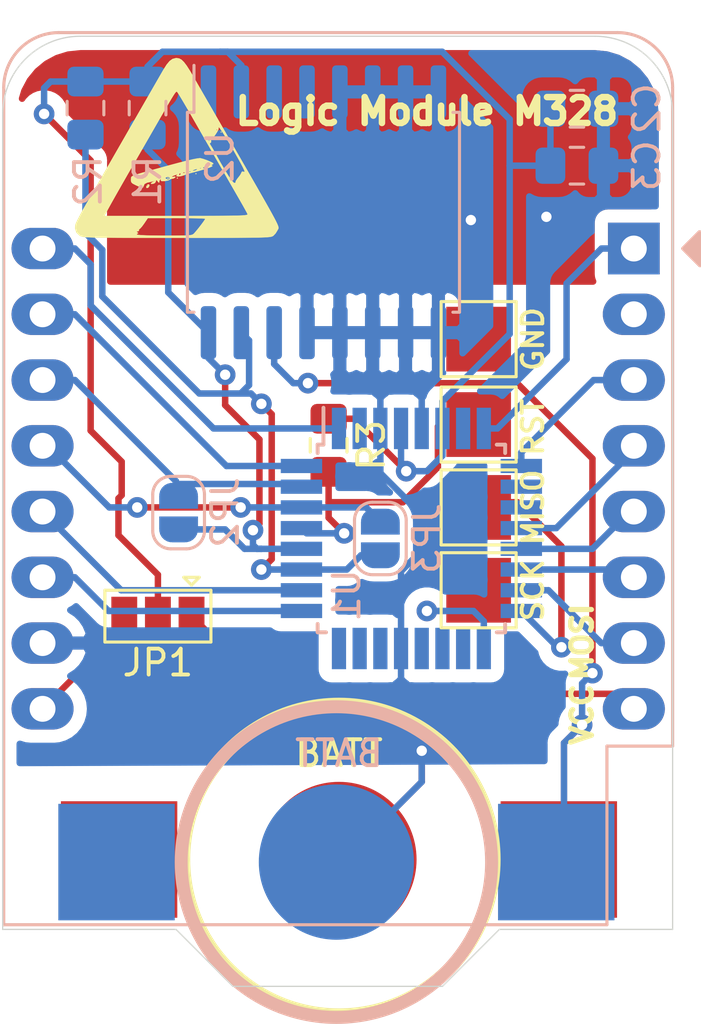
<source format=kicad_pcb>
(kicad_pcb (version 20171130) (host pcbnew "(5.1.5)-3")

  (general
    (thickness 1.6)
    (drawings 13)
    (tracks 201)
    (zones 0)
    (modules 19)
    (nets 37)
  )

  (page A4)
  (layers
    (0 F.Cu signal hide)
    (31 B.Cu signal)
    (32 B.Adhes user)
    (33 F.Adhes user)
    (34 B.Paste user)
    (35 F.Paste user)
    (36 B.SilkS user)
    (37 F.SilkS user)
    (38 B.Mask user)
    (39 F.Mask user)
    (40 Dwgs.User user)
    (41 Cmts.User user)
    (42 Eco1.User user)
    (43 Eco2.User user)
    (44 Edge.Cuts user)
    (45 Margin user)
    (46 B.CrtYd user)
    (47 F.CrtYd user)
    (48 B.Fab user)
    (49 F.Fab user)
  )

  (setup
    (last_trace_width 0.25)
    (trace_clearance 0.2)
    (zone_clearance 0.508)
    (zone_45_only no)
    (trace_min 0.2)
    (via_size 0.8)
    (via_drill 0.4)
    (via_min_size 0.4)
    (via_min_drill 0.3)
    (uvia_size 0.3)
    (uvia_drill 0.1)
    (uvias_allowed no)
    (uvia_min_size 0.2)
    (uvia_min_drill 0.1)
    (edge_width 0.05)
    (segment_width 0.2)
    (pcb_text_width 0.3)
    (pcb_text_size 1.5 1.5)
    (mod_edge_width 0.12)
    (mod_text_size 1 1)
    (mod_text_width 0.15)
    (pad_size 2.4 1.6)
    (pad_drill 1)
    (pad_to_mask_clearance 0.051)
    (solder_mask_min_width 0.25)
    (aux_axis_origin 0 0)
    (visible_elements 7FFFFFFF)
    (pcbplotparams
      (layerselection 0x010fc_ffffffff)
      (usegerberextensions true)
      (usegerberattributes false)
      (usegerberadvancedattributes false)
      (creategerberjobfile false)
      (excludeedgelayer true)
      (linewidth 0.100000)
      (plotframeref false)
      (viasonmask false)
      (mode 1)
      (useauxorigin false)
      (hpglpennumber 1)
      (hpglpenspeed 20)
      (hpglpendiameter 15.000000)
      (psnegative false)
      (psa4output false)
      (plotreference true)
      (plotvalue true)
      (plotinvisibletext false)
      (padsonsilk false)
      (subtractmaskfromsilk false)
      (outputformat 1)
      (mirror false)
      (drillshape 0)
      (scaleselection 1)
      (outputdirectory "D:/Support/Docs/Projekty/KiCad/open-nixie_logicModuleM328/Gerbers/"))
  )

  (net 0 "")
  (net 1 "Net-(C1-Pad2)")
  (net 2 "Net-(C1-Pad1)")
  (net 3 "Net-(C1-Pad3)")
  (net 4 "Net-(C1-Pad4)")
  (net 5 "Net-(C1-Pad5)")
  (net 6 "Net-(C1-Pad6)")
  (net 7 "Net-(C1-Pad7)")
  (net 8 "Net-(C1-Pad8)")
  (net 9 "Net-(C1-Pad9)")
  (net 10 "Net-(C1-Pad11)")
  (net 11 "Net-(C1-Pad12)")
  (net 12 "Net-(C1-Pad13)")
  (net 13 "Net-(C1-Pad14)")
  (net 14 "Net-(C1-Pad15)")
  (net 15 "Net-(C1-Pad16)")
  (net 16 "Net-(U1-Pad2)")
  (net 17 "Net-(U1-Pad7)")
  (net 18 "Net-(U1-Pad10)")
  (net 19 "Net-(U1-Pad11)")
  (net 20 "Net-(U1-Pad18)")
  (net 21 "Net-(U1-Pad19)")
  (net 22 "Net-(U1-Pad20)")
  (net 23 "Net-(U1-Pad22)")
  (net 24 "Net-(U1-Pad23)")
  (net 25 "Net-(U1-Pad24)")
  (net 26 "Net-(U2-Pad1)")
  (net 27 "Net-(U2-Pad3)")
  (net 28 "Net-(U2-Pad4)")
  (net 29 "Net-(BT1-Pad1)")
  (net 30 GND)
  (net 31 "Net-(R3-Pad2)")
  (net 32 "Net-(JP2-Pad1)")
  (net 33 "Net-(JP3-Pad1)")
  (net 34 "Net-(TP3-Pad1)")
  (net 35 "Net-(TP1-Pad1)")
  (net 36 VCC)

  (net_class Default "To jest domyślna klasa połączeń."
    (clearance 0.2)
    (trace_width 0.25)
    (via_dia 0.8)
    (via_drill 0.4)
    (uvia_dia 0.3)
    (uvia_drill 0.1)
    (add_net GND)
    (add_net "Net-(BT1-Pad1)")
    (add_net "Net-(C1-Pad1)")
    (add_net "Net-(C1-Pad11)")
    (add_net "Net-(C1-Pad12)")
    (add_net "Net-(C1-Pad13)")
    (add_net "Net-(C1-Pad14)")
    (add_net "Net-(C1-Pad15)")
    (add_net "Net-(C1-Pad16)")
    (add_net "Net-(C1-Pad2)")
    (add_net "Net-(C1-Pad3)")
    (add_net "Net-(C1-Pad4)")
    (add_net "Net-(C1-Pad5)")
    (add_net "Net-(C1-Pad6)")
    (add_net "Net-(C1-Pad7)")
    (add_net "Net-(C1-Pad8)")
    (add_net "Net-(C1-Pad9)")
    (add_net "Net-(JP2-Pad1)")
    (add_net "Net-(JP3-Pad1)")
    (add_net "Net-(R3-Pad2)")
    (add_net "Net-(TP1-Pad1)")
    (add_net "Net-(TP3-Pad1)")
    (add_net "Net-(U1-Pad10)")
    (add_net "Net-(U1-Pad11)")
    (add_net "Net-(U1-Pad18)")
    (add_net "Net-(U1-Pad19)")
    (add_net "Net-(U1-Pad2)")
    (add_net "Net-(U1-Pad20)")
    (add_net "Net-(U1-Pad22)")
    (add_net "Net-(U1-Pad23)")
    (add_net "Net-(U1-Pad24)")
    (add_net "Net-(U1-Pad7)")
    (add_net "Net-(U2-Pad1)")
    (add_net "Net-(U2-Pad3)")
    (add_net "Net-(U2-Pad4)")
    (add_net VCC)
  )

  (module logo:EF_logo_small (layer F.Cu) (tedit 0) (tstamp 5E8DD89C)
    (at 170.5 99)
    (fp_text reference G*** (at 0 0) (layer F.SilkS) hide
      (effects (font (size 1.524 1.524) (thickness 0.3)))
    )
    (fp_text value LOGO (at 0.75 0) (layer F.SilkS) hide
      (effects (font (size 1.524 1.524) (thickness 0.3)))
    )
    (fp_poly (pts (xy -0.479778 1.072444) (xy -0.485589 1.097611) (xy -0.508 1.100667) (xy -0.542846 1.085177)
      (xy -0.536223 1.072444) (xy -0.485983 1.067378) (xy -0.479778 1.072444)) (layer F.SilkS) (width 0.01))
    (fp_poly (pts (xy 1.566333 -0.6985) (xy 1.545166 -0.677333) (xy 1.524 -0.6985) (xy 1.545166 -0.719667)
      (xy 1.566333 -0.6985)) (layer F.SilkS) (width 0.01))
    (fp_poly (pts (xy 0.592666 0.910167) (xy 0.5715 0.931333) (xy 0.550333 0.910167) (xy 0.5715 0.889)
      (xy 0.592666 0.910167)) (layer F.SilkS) (width 0.01))
    (fp_poly (pts (xy -0.127 1.0795) (xy -0.148167 1.100667) (xy -0.169334 1.0795) (xy -0.148167 1.058333)
      (xy -0.127 1.0795)) (layer F.SilkS) (width 0.01))
    (fp_poly (pts (xy -1.236019 1.331997) (xy -1.230958 1.380547) (xy -1.261957 1.435033) (xy -1.294243 1.455822)
      (xy -1.344807 1.45504) (xy -1.347159 1.410943) (xy -1.327559 1.375833) (xy -1.312334 1.375833)
      (xy -1.291167 1.397) (xy -1.27 1.375833) (xy -1.291167 1.354667) (xy -1.312334 1.375833)
      (xy -1.327559 1.375833) (xy -1.307491 1.339886) (xy -1.280584 1.322897) (xy -1.236019 1.331997)) (layer F.SilkS) (width 0.01))
    (fp_poly (pts (xy 0.740833 0.310443) (xy 0.854018 0.339848) (xy 1.000495 0.391611) (xy 1.0795 0.424297)
      (xy 1.196391 0.47909) (xy 1.244197 0.514004) (xy 1.232996 0.539179) (xy 1.2065 0.552076)
      (xy 1.157347 0.580429) (xy 1.185333 0.592681) (xy 1.214484 0.608194) (xy 1.168192 0.640097)
      (xy 1.053561 0.685955) (xy 0.877693 0.743332) (xy 0.647692 0.809792) (xy 0.370662 0.8829)
      (xy 0.254 0.912049) (xy 0.203668 0.930378) (xy 0.11366 0.96663) (xy 0.009772 0.999367)
      (xy -0.089586 1.01523) (xy -0.163472 1.013951) (xy -0.190945 0.995263) (xy -0.169334 0.970245)
      (xy -0.140181 0.942759) (xy -0.182728 0.947008) (xy -0.211667 0.954485) (xy -0.306843 0.989349)
      (xy -0.355349 1.018389) (xy -0.351306 1.036059) (xy -0.295812 1.028129) (xy -0.228086 1.020879)
      (xy -0.228712 1.051665) (xy -0.292496 1.093381) (xy -0.338667 1.100667) (xy -0.417153 1.118467)
      (xy -0.441737 1.138528) (xy -0.495231 1.166165) (xy -0.599712 1.188444) (xy -0.635667 1.192652)
      (xy -0.74565 1.196458) (xy -0.787008 1.177012) (xy -0.784583 1.152592) (xy -0.786929 1.11677)
      (xy -0.804819 1.122133) (xy -0.841973 1.182491) (xy -0.846667 1.217089) (xy -0.854458 1.25788)
      (xy -0.887526 1.23123) (xy -0.908821 1.204008) (xy -0.954933 1.15091) (xy -0.970788 1.165889)
      (xy -0.972321 1.193064) (xy -1.008984 1.261513) (xy -1.061524 1.292179) (xy -1.149217 1.305674)
      (xy -1.171792 1.282533) (xy -1.120523 1.239049) (xy -1.09623 1.227382) (xy -0.994834 1.182945)
      (xy -1.100667 1.206325) (xy -1.228452 1.234465) (xy -1.320571 1.254675) (xy -1.419639 1.307844)
      (xy -1.447571 1.374006) (xy -1.480421 1.444849) (xy -1.524 1.449499) (xy -1.599161 1.420868)
      (xy -1.715051 1.370535) (xy -1.769734 1.345417) (xy -1.880758 1.287193) (xy -1.93166 1.233994)
      (xy -1.94161 1.161156) (xy -1.939067 1.127519) (xy -1.937713 1.091179) (xy -1.936829 1.072444)
      (xy -1.721556 1.072444) (xy -1.715745 1.097611) (xy -1.693334 1.100667) (xy -1.658489 1.085177)
      (xy -1.665112 1.072444) (xy -1.665498 1.072405) (xy -0.616601 1.072405) (xy -0.585633 1.10591)
      (xy -0.501815 1.14037) (xy -0.449342 1.108303) (xy -0.446308 1.103592) (xy -0.446562 1.05342)
      (xy -0.502788 1.031126) (xy -0.57123 1.04292) (xy -0.616601 1.072405) (xy -1.665498 1.072405)
      (xy -1.715351 1.067378) (xy -1.721556 1.072444) (xy -1.936829 1.072444) (xy -1.936324 1.061765)
      (xy -1.927018 1.036373) (xy -1.901914 1.012098) (xy -1.853129 0.986038) (xy -1.772781 0.955288)
      (xy -1.697943 0.931333) (xy -0.084667 0.931333) (xy -0.070224 0.972566) (xy -0.065999 0.973667)
      (xy -0.029856 0.944002) (xy -0.021167 0.931333) (xy -0.024524 0.892324) (xy -0.039835 0.889)
      (xy -0.082944 0.91973) (xy -0.084667 0.931333) (xy -1.697943 0.931333) (xy -1.652989 0.916944)
      (xy -1.522746 0.878879) (xy 0.060694 0.878879) (xy 0.102305 0.885658) (xy 0.157212 0.877874)
      (xy 0.157868 0.863423) (xy 0.101209 0.853318) (xy 0.076729 0.860081) (xy 0.060694 0.878879)
      (xy -1.522746 0.878879) (xy -1.485871 0.868102) (xy -1.308498 0.818444) (xy 0.310444 0.818444)
      (xy 0.316255 0.843611) (xy 0.338666 0.846667) (xy 0.373511 0.831177) (xy 0.366888 0.818444)
      (xy 0.316649 0.813378) (xy 0.310444 0.818444) (xy -1.308498 0.818444) (xy -1.263545 0.805859)
      (xy -1.209088 0.790872) (xy 0.439121 0.790872) (xy 0.465666 0.80071) (xy 0.556037 0.78072)
      (xy 0.592666 0.762) (xy 0.625915 0.730254) (xy 0.595136 0.726246) (xy 0.516299 0.749975)
      (xy 0.486833 0.762) (xy 0.439121 0.790872) (xy -1.209088 0.790872) (xy -0.978128 0.72731)
      (xy -0.873099 0.6985) (xy 0.719666 0.6985) (xy 0.740833 0.719667) (xy 0.762 0.6985)
      (xy 0.740833 0.677333) (xy 0.719666 0.6985) (xy -0.873099 0.6985) (xy -0.786827 0.674835)
      (xy 0.846666 0.674835) (xy 0.864458 0.713588) (xy 0.926162 0.702346) (xy 1.016 0.656167)
      (xy 1.078895 0.612865) (xy 1.066451 0.595274) (xy 1.050248 0.594167) (xy 0.973512 0.615332)
      (xy 0.952073 0.63569) (xy 0.901339 0.660111) (xy 0.886074 0.654359) (xy 0.84921 0.6606)
      (xy 0.846666 0.674835) (xy -0.786827 0.674835) (xy -0.62174 0.629551) (xy -0.486834 0.592476)
      (xy -0.111201 0.491356) (xy 0.202833 0.411447) (xy 0.450718 0.353792) (xy 0.627907 0.319438)
      (xy 0.729852 0.309428) (xy 0.740833 0.310443)) (layer F.SilkS) (width 0.01))
    (fp_poly (pts (xy -0.079674 -3.542022) (xy 0.010538 -3.493997) (xy 0.105846 -3.402789) (xy 0.214638 -3.259261)
      (xy 0.345307 -3.054277) (xy 0.448891 -2.878667) (xy 0.536291 -2.727345) (xy 0.658939 -2.514754)
      (xy 0.809853 -2.253011) (xy 0.982049 -1.95423) (xy 1.168547 -1.630526) (xy 1.362362 -1.294014)
      (xy 1.534624 -0.994833) (xy 1.893317 -0.371938) (xy 2.212212 0.18169) (xy 2.493565 0.670268)
      (xy 2.739631 1.098014) (xy 2.952665 1.469145) (xy 3.134921 1.787879) (xy 3.288655 2.058433)
      (xy 3.416121 2.285024) (xy 3.519575 2.471872) (xy 3.601271 2.623192) (xy 3.663465 2.743204)
      (xy 3.70841 2.836123) (xy 3.738363 2.906168) (xy 3.755578 2.957557) (xy 3.762311 2.994507)
      (xy 3.760815 3.021235) (xy 3.753346 3.04196) (xy 3.742159 3.060898) (xy 3.729509 3.082268)
      (xy 3.722465 3.097258) (xy 3.649498 3.216212) (xy 3.565727 3.303435) (xy 3.545198 3.318072)
      (xy 3.519624 3.330885) (xy 3.483568 3.341994) (xy 3.431591 3.351521) (xy 3.358255 3.359587)
      (xy 3.258122 3.366312) (xy 3.125753 3.371818) (xy 2.955711 3.376226) (xy 2.742558 3.379657)
      (xy 2.480854 3.382233) (xy 2.165162 3.384073) (xy 1.790044 3.3853) (xy 1.350062 3.386035)
      (xy 0.839777 3.386398) (xy 0.253751 3.386511) (xy -0.16446 3.386508) (xy -0.8021 3.386433)
      (xy -1.360558 3.386185) (xy -1.845318 3.385644) (xy -2.261864 3.384687) (xy -2.615679 3.383194)
      (xy -2.912249 3.381041) (xy -3.157058 3.378109) (xy -3.355589 3.374276) (xy -3.513327 3.369419)
      (xy -3.635755 3.363417) (xy -3.728359 3.356149) (xy -3.796623 3.347494) (xy -3.846029 3.337329)
      (xy -3.882064 3.325533) (xy -3.91021 3.311985) (xy -3.925281 3.303155) (xy -4.051057 3.183337)
      (xy -4.064889 3.140363) (xy -1.730886 3.140363) (xy -1.701711 3.169512) (xy -1.693334 3.175)
      (xy -1.6568 3.208524) (xy -1.685249 3.216685) (xy -1.720322 3.240891) (xy -1.7145 3.259667)
      (xy -1.663848 3.273541) (xy -1.534339 3.284926) (xy -1.331754 3.293595) (xy -1.061871 3.299323)
      (xy -0.730471 3.301881) (xy -0.633995 3.302) (xy -0.30837 3.301796) (xy -0.056787 3.300592)
      (xy 0.131378 3.297504) (xy 0.266748 3.291643) (xy 0.359948 3.282125) (xy 0.421602 3.268063)
      (xy 0.462335 3.24857) (xy 0.492769 3.222761) (xy 0.507868 3.20675) (xy 0.588922 3.113016)
      (xy 0.685166 2.993906) (xy 0.781951 2.86867) (xy 0.864627 2.756555) (xy 0.918543 2.67681)
      (xy 0.931333 2.650356) (xy 0.890844 2.643536) (xy 0.776752 2.637478) (xy 0.600118 2.632428)
      (xy 0.372004 2.628631) (xy 0.103473 2.626332) (xy -0.179917 2.625758) (xy -1.291167 2.62685)
      (xy -1.434008 2.837425) (xy -1.516029 2.949355) (xy -1.58365 3.025724) (xy -1.616423 3.048)
      (xy -1.636791 3.074246) (xy -1.629834 3.090333) (xy -1.641265 3.125326) (xy -1.680252 3.133315)
      (xy -1.730886 3.140363) (xy -4.064889 3.140363) (xy -4.102432 3.02373) (xy -4.092558 2.883869)
      (xy -4.064182 2.809853) (xy -3.999963 2.677183) (xy -3.928202 2.54) (xy -2.968997 2.54)
      (xy -0.188803 2.54) (xy 0.365571 2.539885) (xy 0.841186 2.539439) (xy 1.243948 2.53851)
      (xy 1.579764 2.536945) (xy 1.854542 2.534594) (xy 2.074189 2.531303) (xy 2.244611 2.52692)
      (xy 2.371716 2.521295) (xy 2.46141 2.514274) (xy 2.519601 2.505706) (xy 2.552195 2.495438)
      (xy 2.565099 2.483319) (xy 2.564222 2.469197) (xy 2.564203 2.469147) (xy 2.533185 2.406175)
      (xy 2.468869 2.287186) (xy 2.380667 2.12927) (xy 2.278595 1.950564) (xy 2.16097 1.746509)
      (xy 2.005291 1.47602) (xy 1.815596 1.146127) (xy 1.595922 0.763859) (xy 1.350307 0.336245)
      (xy 1.082791 -0.129687) (xy 1.011811 -0.253356) (xy 1.101739 -0.253356) (xy 1.12632 -0.207968)
      (xy 1.17089 -0.140125) (xy 1.238823 -0.025042) (xy 1.300161 0.084667) (xy 1.508468 0.459815)
      (xy 1.686264 0.765866) (xy 1.832485 1.001156) (xy 1.946063 1.164021) (xy 2.025931 1.252797)
      (xy 2.060078 1.27) (xy 2.10342 1.252636) (xy 2.101139 1.236791) (xy 2.113964 1.187917)
      (xy 2.170233 1.103271) (xy 2.204474 1.061722) (xy 2.280312 0.962966) (xy 2.324075 0.882949)
      (xy 2.328333 0.863425) (xy 2.357992 0.826228) (xy 2.391833 0.831358) (xy 2.446652 0.838582)
      (xy 2.455333 0.827927) (xy 2.434869 0.767538) (xy 2.378383 0.650295) (xy 2.293233 0.488806)
      (xy 2.186777 0.295677) (xy 2.066374 0.083518) (xy 1.939381 -0.135065) (xy 1.813156 -0.347462)
      (xy 1.695059 -0.541067) (xy 1.592447 -0.703271) (xy 1.512678 -0.821466) (xy 1.46311 -0.883045)
      (xy 1.453307 -0.889) (xy 1.444454 -0.856399) (xy 1.447745 -0.836083) (xy 1.430416 -0.777762)
      (xy 1.376127 -0.680395) (xy 1.302143 -0.569961) (xy 1.225728 -0.472439) (xy 1.169567 -0.417483)
      (xy 1.152078 -0.363559) (xy 1.159006 -0.347016) (xy 1.152692 -0.297391) (xy 1.13268 -0.285667)
      (xy 1.101739 -0.253356) (xy 1.011811 -0.253356) (xy 0.938549 -0.381) (xy 1.058333 -0.381)
      (xy 1.073822 -0.346155) (xy 1.086555 -0.352778) (xy 1.091622 -0.403018) (xy 1.086555 -0.409222)
      (xy 1.061388 -0.403411) (xy 1.058333 -0.381) (xy 0.938549 -0.381) (xy 0.877806 -0.486833)
      (xy 1.143 -0.486833) (xy 1.164166 -0.465667) (xy 1.185333 -0.486833) (xy 1.164166 -0.508)
      (xy 1.143 -0.486833) (xy 0.877806 -0.486833) (xy 0.797409 -0.626907) (xy 0.707753 -0.783167)
      (xy 1.354666 -0.783167) (xy 1.375833 -0.762) (xy 1.397 -0.783167) (xy 1.375833 -0.804333)
      (xy 1.354666 -0.783167) (xy 0.707753 -0.783167) (xy 0.498201 -1.148386) (xy 0.404153 -1.312333)
      (xy 0.261019 -1.560332) (xy 0.12935 -1.785584) (xy 0.015744 -1.977031) (xy -0.073199 -2.123615)
      (xy -0.130881 -2.214278) (xy -0.147746 -2.237239) (xy -0.161061 -2.251641) (xy -0.174236 -2.259863)
      (xy -0.191105 -2.255845) (xy -0.215498 -2.233526) (xy -0.25125 -2.186846) (xy -0.302192 -2.109745)
      (xy -0.372158 -1.996161) (xy -0.464979 -1.840034) (xy -0.584488 -1.635303) (xy -0.734519 -1.375909)
      (xy -0.918903 -1.05579) (xy -1.141473 -0.668885) (xy -1.160965 -0.635) (xy -1.313015 -0.370851)
      (xy -1.460991 -0.114063) (xy -1.596324 0.120512) (xy -1.710442 0.318024) (xy -1.794775 0.463619)
      (xy -1.820582 0.508) (xy -1.955461 0.740559) (xy -2.105934 1.001898) (xy -2.263221 1.276579)
      (xy -2.418536 1.549163) (xy -2.563098 1.804212) (xy -2.688122 2.026286) (xy -2.784826 2.199948)
      (xy -2.826104 2.275417) (xy -2.968997 2.54) (xy -3.928202 2.54) (xy -3.907282 2.50001)
      (xy -3.793519 2.292481) (xy -3.679341 2.091676) (xy -3.583209 1.925199) (xy -3.450435 1.694911)
      (xy -3.286549 1.410417) (xy -3.097079 1.081323) (xy -2.887553 0.717235) (xy -2.663501 0.32776)
      (xy -2.43045 -0.077498) (xy -2.193931 -0.488931) (xy -2.085653 -0.677333) (xy -1.857511 -1.074268)
      (xy -1.636791 -1.458163) (xy -1.42805 -1.821101) (xy -1.235844 -2.155164) (xy -1.064731 -2.452437)
      (xy -0.919266 -2.705003) (xy -0.804006 -2.904944) (xy -0.723507 -3.044345) (xy -0.692825 -3.097292)
      (xy -0.561581 -3.305078) (xy -0.445892 -3.443442) (xy -0.333724 -3.523005) (xy -0.213043 -3.554391)
      (xy -0.173184 -3.556) (xy -0.079674 -3.542022)) (layer F.SilkS) (width 0.01))
  )

  (module logo:EF_logo_small (layer F.Cu) (tedit 0) (tstamp 5E8DD85C)
    (at 234.5 73.5)
    (fp_text reference G*** (at 0 0) (layer F.SilkS) hide
      (effects (font (size 1.524 1.524) (thickness 0.3)))
    )
    (fp_text value LOGO (at 0.75 0) (layer F.SilkS) hide
      (effects (font (size 1.524 1.524) (thickness 0.3)))
    )
    (fp_poly (pts (xy -0.035984 0.080433) (xy -0.03642 0.08232) (xy -0.0381 0.08255) (xy -0.040714 0.081388)
      (xy -0.040217 0.080433) (xy -0.036449 0.080053) (xy -0.035984 0.080433)) (layer F.SilkS) (width 0.01))
    (fp_poly (pts (xy 0.117475 -0.052388) (xy 0.115887 -0.0508) (xy 0.1143 -0.052388) (xy 0.115887 -0.053975)
      (xy 0.117475 -0.052388)) (layer F.SilkS) (width 0.01))
    (fp_poly (pts (xy 0.04445 0.068262) (xy 0.042862 0.06985) (xy 0.041275 0.068262) (xy 0.042862 0.066675)
      (xy 0.04445 0.068262)) (layer F.SilkS) (width 0.01))
    (fp_poly (pts (xy -0.009525 0.080962) (xy -0.011113 0.08255) (xy -0.0127 0.080962) (xy -0.011113 0.079375)
      (xy -0.009525 0.080962)) (layer F.SilkS) (width 0.01))
    (fp_poly (pts (xy -0.092702 0.099899) (xy -0.092322 0.103541) (xy -0.094647 0.107627) (xy -0.097069 0.109186)
      (xy -0.100861 0.109127) (xy -0.101037 0.10582) (xy -0.099568 0.103187) (xy -0.098425 0.103187)
      (xy -0.096838 0.104775) (xy -0.09525 0.103187) (xy -0.096838 0.1016) (xy -0.098425 0.103187)
      (xy -0.099568 0.103187) (xy -0.098062 0.100491) (xy -0.096044 0.099217) (xy -0.092702 0.099899)) (layer F.SilkS) (width 0.01))
    (fp_poly (pts (xy 0.055562 0.023283) (xy 0.064051 0.025488) (xy 0.075037 0.02937) (xy 0.080962 0.031822)
      (xy 0.089729 0.035931) (xy 0.093314 0.03855) (xy 0.092474 0.040438) (xy 0.090487 0.041405)
      (xy 0.086801 0.043532) (xy 0.0889 0.044451) (xy 0.091086 0.045614) (xy 0.087614 0.048007)
      (xy 0.079017 0.051446) (xy 0.065826 0.055749) (xy 0.048576 0.060734) (xy 0.027799 0.066217)
      (xy 0.01905 0.068403) (xy 0.015275 0.069778) (xy 0.008524 0.072497) (xy 0.000732 0.074952)
      (xy -0.006719 0.076142) (xy -0.012261 0.076046) (xy -0.014321 0.074644) (xy -0.0127 0.072768)
      (xy -0.010514 0.070706) (xy -0.013705 0.071025) (xy -0.015875 0.071586) (xy -0.023014 0.074201)
      (xy -0.026652 0.076379) (xy -0.026348 0.077704) (xy -0.022186 0.077109) (xy -0.017107 0.076565)
      (xy -0.017154 0.078874) (xy -0.021938 0.082003) (xy -0.0254 0.08255) (xy -0.031287 0.083885)
      (xy -0.033131 0.085389) (xy -0.037143 0.087462) (xy -0.044979 0.089133) (xy -0.047675 0.089448)
      (xy -0.055924 0.089734) (xy -0.059026 0.088275) (xy -0.058844 0.086444) (xy -0.05902 0.083757)
      (xy -0.060362 0.084159) (xy -0.063148 0.088686) (xy -0.0635 0.091281) (xy -0.064085 0.094341)
      (xy -0.066565 0.092342) (xy -0.068162 0.0903) (xy -0.07162 0.086318) (xy -0.07281 0.087441)
      (xy -0.072925 0.089479) (xy -0.075674 0.094613) (xy -0.079615 0.096913) (xy -0.086192 0.097925)
      (xy -0.087885 0.09619) (xy -0.08404 0.092928) (xy -0.082218 0.092053) (xy -0.074613 0.08872)
      (xy -0.08255 0.090474) (xy -0.092134 0.092584) (xy -0.099043 0.0941) (xy -0.106473 0.098088)
      (xy -0.108568 0.10305) (xy -0.111032 0.108363) (xy -0.1143 0.108712) (xy -0.119938 0.106565)
      (xy -0.128629 0.10279) (xy -0.132731 0.100906) (xy -0.141057 0.096539) (xy -0.144875 0.092549)
      (xy -0.145621 0.087086) (xy -0.145431 0.084563) (xy -0.145329 0.081838) (xy -0.145263 0.080433)
      (xy -0.129117 0.080433) (xy -0.128681 0.08232) (xy -0.127 0.08255) (xy -0.124387 0.081388)
      (xy -0.124884 0.080433) (xy -0.124913 0.08043) (xy -0.046246 0.08043) (xy -0.043923 0.082943)
      (xy -0.037637 0.085527) (xy -0.033701 0.083122) (xy -0.033474 0.082769) (xy -0.033493 0.079006)
      (xy -0.03771 0.077334) (xy -0.042843 0.078219) (xy -0.046246 0.08043) (xy -0.124913 0.08043)
      (xy -0.128652 0.080053) (xy -0.129117 0.080433) (xy -0.145263 0.080433) (xy -0.145225 0.079632)
      (xy -0.144527 0.077727) (xy -0.142644 0.075907) (xy -0.138985 0.073952) (xy -0.132959 0.071646)
      (xy -0.127349 0.06985) (xy -0.00635 0.06985) (xy -0.005267 0.072942) (xy -0.00495 0.073025)
      (xy -0.00224 0.0708) (xy -0.001588 0.06985) (xy -0.00184 0.066924) (xy -0.002988 0.066675)
      (xy -0.006221 0.068979) (xy -0.00635 0.06985) (xy -0.127349 0.06985) (xy -0.123975 0.06877)
      (xy -0.114206 0.065915) (xy 0.004552 0.065915) (xy 0.007672 0.066424) (xy 0.01179 0.06584)
      (xy 0.01184 0.064756) (xy 0.00759 0.063998) (xy 0.005754 0.064506) (xy 0.004552 0.065915)
      (xy -0.114206 0.065915) (xy -0.111441 0.065107) (xy -0.098139 0.061383) (xy 0.023283 0.061383)
      (xy 0.023719 0.06327) (xy 0.0254 0.0635) (xy 0.028013 0.062338) (xy 0.027516 0.061383)
      (xy 0.023748 0.061003) (xy 0.023283 0.061383) (xy -0.098139 0.061383) (xy -0.094766 0.060439)
      (xy -0.090682 0.059315) (xy 0.032934 0.059315) (xy 0.034925 0.060053) (xy 0.041702 0.058553)
      (xy 0.04445 0.05715) (xy 0.046943 0.054769) (xy 0.044635 0.054468) (xy 0.038722 0.056248)
      (xy 0.036512 0.05715) (xy 0.032934 0.059315) (xy -0.090682 0.059315) (xy -0.07336 0.054548)
      (xy -0.065483 0.052387) (xy 0.053975 0.052387) (xy 0.055562 0.053975) (xy 0.05715 0.052387)
      (xy 0.055562 0.0508) (xy 0.053975 0.052387) (xy -0.065483 0.052387) (xy -0.059012 0.050612)
      (xy 0.0635 0.050612) (xy 0.064834 0.053519) (xy 0.069462 0.052675) (xy 0.0762 0.049212)
      (xy 0.080917 0.045964) (xy 0.079983 0.044645) (xy 0.078768 0.044562) (xy 0.073013 0.046149)
      (xy 0.071405 0.047676) (xy 0.0676 0.049508) (xy 0.066455 0.049076) (xy 0.06369 0.049544)
      (xy 0.0635 0.050612) (xy -0.059012 0.050612) (xy -0.046631 0.047216) (xy -0.036513 0.044435)
      (xy -0.008341 0.036851) (xy 0.015212 0.030858) (xy 0.033803 0.026534) (xy 0.047093 0.023957)
      (xy 0.054738 0.023207) (xy 0.055562 0.023283)) (layer F.SilkS) (width 0.01))
    (fp_poly (pts (xy -0.005976 -0.265652) (xy 0.00079 -0.26205) (xy 0.007938 -0.25521) (xy 0.016097 -0.244445)
      (xy 0.025898 -0.229071) (xy 0.033666 -0.2159) (xy 0.040221 -0.204551) (xy 0.04942 -0.188607)
      (xy 0.060738 -0.168976) (xy 0.073653 -0.146568) (xy 0.087641 -0.12229) (xy 0.102177 -0.097052)
      (xy 0.115096 -0.074613) (xy 0.141998 -0.027896) (xy 0.165915 0.013626) (xy 0.187017 0.05027)
      (xy 0.205472 0.082351) (xy 0.221449 0.110185) (xy 0.235119 0.13409) (xy 0.246649 0.154382)
      (xy 0.256209 0.171376) (xy 0.263968 0.18539) (xy 0.270095 0.196739) (xy 0.274759 0.20574)
      (xy 0.27813 0.212709) (xy 0.280377 0.217962) (xy 0.281668 0.221816) (xy 0.282173 0.224588)
      (xy 0.282061 0.226592) (xy 0.2815 0.228147) (xy 0.280661 0.229567) (xy 0.279713 0.23117)
      (xy 0.279184 0.232294) (xy 0.273712 0.241215) (xy 0.267429 0.247757) (xy 0.265889 0.248855)
      (xy 0.263971 0.249816) (xy 0.261267 0.250649) (xy 0.257369 0.251364) (xy 0.251869 0.251969)
      (xy 0.244359 0.252473) (xy 0.234431 0.252886) (xy 0.221678 0.253216) (xy 0.205691 0.253474)
      (xy 0.186064 0.253667) (xy 0.162387 0.253805) (xy 0.134253 0.253897) (xy 0.101254 0.253952)
      (xy 0.062983 0.253979) (xy 0.019031 0.253988) (xy -0.012335 0.253988) (xy -0.060158 0.253982)
      (xy -0.102042 0.253963) (xy -0.138399 0.253923) (xy -0.16964 0.253851) (xy -0.196176 0.253739)
      (xy -0.218419 0.253578) (xy -0.23678 0.253358) (xy -0.25167 0.25307) (xy -0.2635 0.252706)
      (xy -0.272682 0.252256) (xy -0.279627 0.251711) (xy -0.284747 0.251062) (xy -0.288453 0.250299)
      (xy -0.291155 0.249415) (xy -0.293266 0.248398) (xy -0.294397 0.247736) (xy -0.30383 0.23875)
      (xy -0.304867 0.235527) (xy -0.129817 0.235527) (xy -0.127629 0.237713) (xy -0.127 0.238125)
      (xy -0.12426 0.240639) (xy -0.126394 0.241251) (xy -0.129025 0.243066) (xy -0.128588 0.244475)
      (xy -0.124789 0.245515) (xy -0.115076 0.246369) (xy -0.099882 0.247019) (xy -0.079641 0.247449)
      (xy -0.054786 0.247641) (xy -0.04755 0.24765) (xy -0.023128 0.247634) (xy -0.004259 0.247544)
      (xy 0.009853 0.247312) (xy 0.020006 0.246873) (xy 0.026996 0.246159) (xy 0.03162 0.245104)
      (xy 0.034675 0.243642) (xy 0.036957 0.241707) (xy 0.03809 0.240506) (xy 0.044169 0.233476)
      (xy 0.051387 0.224542) (xy 0.058646 0.21515) (xy 0.064847 0.206741) (xy 0.06889 0.20076)
      (xy 0.06985 0.198776) (xy 0.066813 0.198265) (xy 0.058256 0.19781) (xy 0.045008 0.197432)
      (xy 0.0279 0.197147) (xy 0.00776 0.196974) (xy -0.013494 0.196931) (xy -0.096838 0.197013)
      (xy -0.107551 0.212806) (xy -0.113703 0.221201) (xy -0.118774 0.226929) (xy -0.121232 0.2286)
      (xy -0.12276 0.230568) (xy -0.122238 0.231775) (xy -0.123095 0.234399) (xy -0.126019 0.234998)
      (xy -0.129817 0.235527) (xy -0.304867 0.235527) (xy -0.307683 0.226779) (xy -0.306942 0.21629)
      (xy -0.304814 0.210738) (xy -0.299998 0.200788) (xy -0.294617 0.1905) (xy -0.222675 0.1905)
      (xy -0.014161 0.1905) (xy 0.027417 0.190491) (xy 0.063088 0.190457) (xy 0.093296 0.190388)
      (xy 0.118482 0.19027) (xy 0.13909 0.190094) (xy 0.155564 0.189847) (xy 0.168345 0.189519)
      (xy 0.177878 0.189097) (xy 0.184605 0.18857) (xy 0.18897 0.187927) (xy 0.191414 0.187157)
      (xy 0.192382 0.186248) (xy 0.192316 0.185189) (xy 0.192315 0.185186) (xy 0.189988 0.180463)
      (xy 0.185165 0.171538) (xy 0.17855 0.159695) (xy 0.170894 0.146292) (xy 0.162072 0.130988)
      (xy 0.150396 0.110701) (xy 0.136169 0.085959) (xy 0.119694 0.057289) (xy 0.101273 0.025218)
      (xy 0.081209 -0.009727) (xy 0.075886 -0.019002) (xy 0.08263 -0.019002) (xy 0.084474 -0.015598)
      (xy 0.087816 -0.01051) (xy 0.092911 -0.001879) (xy 0.097512 0.00635) (xy 0.113135 0.034486)
      (xy 0.126469 0.057439) (xy 0.137436 0.075086) (xy 0.145954 0.087301) (xy 0.151944 0.093959)
      (xy 0.154505 0.09525) (xy 0.157756 0.093947) (xy 0.157585 0.092759) (xy 0.158547 0.089093)
      (xy 0.162767 0.082745) (xy 0.165335 0.079629) (xy 0.171023 0.072222) (xy 0.174305 0.066221)
      (xy 0.174625 0.064756) (xy 0.176849 0.061967) (xy 0.179387 0.062351) (xy 0.183498 0.062893)
      (xy 0.18415 0.062094) (xy 0.182615 0.057565) (xy 0.178378 0.048772) (xy 0.171992 0.03666)
      (xy 0.164008 0.022175) (xy 0.154978 0.006263) (xy 0.145453 -0.01013) (xy 0.135986 -0.02606)
      (xy 0.127129 -0.040581) (xy 0.119433 -0.052746) (xy 0.11345 -0.06161) (xy 0.109733 -0.066229)
      (xy 0.108998 -0.066675) (xy 0.108334 -0.06423) (xy 0.10858 -0.062707) (xy 0.107281 -0.058333)
      (xy 0.103209 -0.05103) (xy 0.09766 -0.042748) (xy 0.091929 -0.035433) (xy 0.087717 -0.031312)
      (xy 0.086405 -0.027267) (xy 0.086925 -0.026027) (xy 0.086451 -0.022305) (xy 0.084951 -0.021426)
      (xy 0.08263 -0.019002) (xy 0.075886 -0.019002) (xy 0.070391 -0.028575) (xy 0.079375 -0.028575)
      (xy 0.080536 -0.025962) (xy 0.081491 -0.026459) (xy 0.081871 -0.030227) (xy 0.081491 -0.030692)
      (xy 0.079604 -0.030256) (xy 0.079375 -0.028575) (xy 0.070391 -0.028575) (xy 0.065835 -0.036513)
      (xy 0.085725 -0.036513) (xy 0.087312 -0.034925) (xy 0.0889 -0.036513) (xy 0.087312 -0.0381)
      (xy 0.085725 -0.036513) (xy 0.065835 -0.036513) (xy 0.059805 -0.047018) (xy 0.053081 -0.058738)
      (xy 0.1016 -0.058738) (xy 0.103187 -0.05715) (xy 0.104775 -0.058738) (xy 0.103187 -0.060325)
      (xy 0.1016 -0.058738) (xy 0.053081 -0.058738) (xy 0.037365 -0.086129) (xy 0.030311 -0.098425)
      (xy 0.019576 -0.117025) (xy 0.009701 -0.133919) (xy 0.00118 -0.148278) (xy -0.00549 -0.159272)
      (xy -0.009817 -0.166071) (xy -0.011081 -0.167793) (xy -0.01208 -0.168874) (xy -0.013068 -0.16949)
      (xy -0.014333 -0.169189) (xy -0.016163 -0.167515) (xy -0.018844 -0.164014) (xy -0.022665 -0.158231)
      (xy -0.027912 -0.149713) (xy -0.034874 -0.138003) (xy -0.043837 -0.122648) (xy -0.055089 -0.103194)
      (xy -0.068918 -0.079185) (xy -0.085611 -0.050167) (xy -0.087073 -0.047625) (xy -0.098477 -0.027814)
      (xy -0.109575 -0.008555) (xy -0.119725 0.009038) (xy -0.128284 0.023851) (xy -0.134609 0.034771)
      (xy -0.136544 0.0381) (xy -0.14666 0.055541) (xy -0.157946 0.075142) (xy -0.169742 0.095743)
      (xy -0.181391 0.116187) (xy -0.192233 0.135315) (xy -0.20161 0.151971) (xy -0.208862 0.164996)
      (xy -0.211958 0.170656) (xy -0.222675 0.1905) (xy -0.294617 0.1905) (xy -0.293047 0.1875)
      (xy -0.284514 0.171936) (xy -0.275951 0.156875) (xy -0.268741 0.144389) (xy -0.258783 0.127118)
      (xy -0.246492 0.105781) (xy -0.232281 0.081099) (xy -0.216567 0.053792) (xy -0.199763 0.024581)
      (xy -0.182284 -0.005813) (xy -0.164545 -0.03667) (xy -0.156424 -0.0508) (xy -0.139314 -0.080571)
      (xy -0.12276 -0.109363) (xy -0.107104 -0.136583) (xy -0.092689 -0.161638) (xy -0.079855 -0.183933)
      (xy -0.068945 -0.202876) (xy -0.060301 -0.217871) (xy -0.054264 -0.228326) (xy -0.051962 -0.232297)
      (xy -0.042119 -0.247881) (xy -0.033442 -0.258259) (xy -0.02503 -0.264226) (xy -0.015979 -0.26658)
      (xy -0.012989 -0.2667) (xy -0.005976 -0.265652)) (layer F.SilkS) (width 0.01))
  )

  (module open-nixie_logicModuleM328:WEMOS_D1_mini_light (layer B.Cu) (tedit 5E8D8074) (tstamp 5E693CB1)
    (at 188 102.8 180)
    (descr "16-pin module, column spacing 22.86 mm (900 mils), https://wiki.wemos.cc/products:d1:d1_mini, https://c1.staticflickr.com/1/734/31400410271_f278b087db_z.jpg")
    (tags "ESP8266 WiFi microcontroller")
    (path /5E3A8859)
    (fp_text reference C1 (at 22 -27 180) (layer B.SilkS) hide
      (effects (font (size 1 1) (thickness 0.15)) (justify mirror))
    )
    (fp_text value WeMos_D1_mini (at 11.7 0 180) (layer B.Fab) hide
      (effects (font (size 1 1) (thickness 0.15)) (justify mirror))
    )
    (fp_arc (start 22.23 6.21) (end 24.36 6.21) (angle 90) (layer B.SilkS) (width 0.12))
    (fp_arc (start 0.63 6.21) (end 0.63 8.34) (angle 90) (layer B.SilkS) (width 0.12))
    (fp_line (start 1.04 -19.22) (end 1.04 -26.12) (layer B.SilkS) (width 0.12))
    (fp_line (start -1.5 -19.22) (end 1.04 -19.22) (layer B.SilkS) (width 0.12))
    (fp_arc (start 22.23 6.21) (end 24.23 6.19) (angle 90) (layer B.Fab) (width 0.1))
    (fp_arc (start 0.63 6.21) (end 0.63 8.21) (angle 90) (layer B.Fab) (width 0.1))
    (fp_line (start -0.37 0) (end -1.37 1) (layer B.Fab) (width 0.1))
    (fp_line (start -1.37 -1) (end -0.37 0) (layer B.Fab) (width 0.1))
    (fp_line (start -1.37 6.21) (end -1.37 1) (layer B.Fab) (width 0.1))
    (fp_line (start 1.17 -19.09) (end 1.17 -25.99) (layer B.Fab) (width 0.1))
    (fp_line (start -1.37 -19.09) (end 1.17 -19.09) (layer B.Fab) (width 0.1))
    (fp_line (start -1.35 7.4) (end -0.55 8.2) (layer Dwgs.User) (width 0.1))
    (fp_line (start -1.35 8.2) (end -1.35 1.4) (layer Dwgs.User) (width 0.1))
    (fp_line (start 24.25 8.2) (end -1.35 8.2) (layer Dwgs.User) (width 0.1))
    (fp_line (start 24.25 1.4) (end 24.25 8.2) (layer Dwgs.User) (width 0.1))
    (fp_poly (pts (xy -2.54 0.635) (xy -2.54 -0.635) (xy -1.905 0)) (layer B.SilkS) (width 0.15))
    (fp_line (start -1.62 -26.24) (end -1.62 8.46) (layer B.CrtYd) (width 0.05))
    (fp_line (start 24.48 -26.24) (end -1.62 -26.24) (layer B.CrtYd) (width 0.05))
    (fp_line (start 24.48 8.41) (end 24.48 -26.24) (layer B.CrtYd) (width 0.05))
    (fp_line (start -1.62 8.46) (end 24.48 8.46) (layer B.CrtYd) (width 0.05))
    (fp_text user %R (at 11.43 -10) (layer B.Fab) hide
      (effects (font (size 1 1) (thickness 0.15)) (justify mirror))
    )
    (fp_line (start -1.37 -1) (end -1.37 -19.09) (layer B.Fab) (width 0.1))
    (fp_line (start 22.23 8.21) (end 0.63 8.21) (layer B.Fab) (width 0.1))
    (fp_line (start 24.23 -25.99) (end 24.23 6.21) (layer B.Fab) (width 0.1))
    (fp_line (start 1.17 -25.99) (end 24.23 -25.99) (layer B.Fab) (width 0.1))
    (fp_line (start 22.24 8.34) (end 0.63 8.34) (layer B.SilkS) (width 0.12))
    (fp_line (start 24.36 -26.12) (end 24.36 6.21) (layer B.SilkS) (width 0.12))
    (fp_line (start -1.5 -19.22) (end -1.5 6.21) (layer B.SilkS) (width 0.12))
    (fp_line (start 1.04 -26.12) (end 24.36 -26.12) (layer B.SilkS) (width 0.12))
    (pad 16 thru_hole oval (at 22.86 0 180) (size 2.4 1.6) (drill 1) (layers *.Cu *.Mask)
      (net 15 "Net-(C1-Pad16)"))
    (pad 15 thru_hole oval (at 22.86 -2.54 180) (size 2.4 1.6) (drill 1) (layers *.Cu *.Mask)
      (net 14 "Net-(C1-Pad15)"))
    (pad 14 thru_hole oval (at 22.86 -5.08 180) (size 2.4 1.6) (drill 1) (layers *.Cu *.Mask)
      (net 13 "Net-(C1-Pad14)"))
    (pad 13 thru_hole oval (at 22.86 -7.62 180) (size 2.4 1.6) (drill 1) (layers *.Cu *.Mask)
      (net 12 "Net-(C1-Pad13)"))
    (pad 12 thru_hole oval (at 22.86 -10.16 180) (size 2.4 1.6) (drill 1) (layers *.Cu *.Mask)
      (net 11 "Net-(C1-Pad12)"))
    (pad 11 thru_hole oval (at 22.86 -12.7 180) (size 2.4 1.6) (drill 1) (layers *.Cu *.Mask)
      (net 10 "Net-(C1-Pad11)"))
    (pad 10 thru_hole oval (at 22.86 -15.24 180) (size 2.4 1.6) (drill 1) (layers *.Cu *.Mask)
      (net 30 GND))
    (pad 9 thru_hole oval (at 22.86 -17.78 180) (size 2.4 1.6) (drill 1) (layers *.Cu *.Mask)
      (net 9 "Net-(C1-Pad9)"))
    (pad 8 thru_hole oval (at 0 -17.78 180) (size 2.4 1.6) (drill 1) (layers *.Cu *.Mask)
      (net 8 "Net-(C1-Pad8)"))
    (pad 7 thru_hole oval (at 0 -15.24 180) (size 2.4 1.6) (drill 1) (layers *.Cu *.Mask)
      (net 7 "Net-(C1-Pad7)"))
    (pad 6 thru_hole oval (at 0 -12.7 180) (size 2.4 1.6) (drill 1) (layers *.Cu *.Mask)
      (net 6 "Net-(C1-Pad6)"))
    (pad 5 thru_hole oval (at 0 -10.16 180) (size 2.4 1.6) (drill 1) (layers *.Cu *.Mask)
      (net 5 "Net-(C1-Pad5)"))
    (pad 4 thru_hole oval (at 0 -7.62 180) (size 2.4 1.6) (drill 1) (layers *.Cu *.Mask)
      (net 4 "Net-(C1-Pad4)"))
    (pad 3 thru_hole oval (at 0 -5.08 180) (size 2.4 1.6) (drill 1) (layers *.Cu *.Mask)
      (net 3 "Net-(C1-Pad3)"))
    (pad 1 thru_hole rect (at 0 0 180) (size 2 2) (drill 1) (layers *.Cu *.Mask)
      (net 2 "Net-(C1-Pad1)"))
    (pad 2 thru_hole oval (at 0 -2.54 180) (size 2.4 1.6) (drill 1) (layers *.Cu *.Mask)
      (net 1 "Net-(C1-Pad2)"))
    (model ${KISYS3DMOD}/Module.3dshapes/WEMOS_D1_mini_light.wrl
      (at (xyz 0 0 0))
      (scale (xyz 1 1 1))
      (rotate (xyz 0 0 0))
    )
    (model ${KISYS3DMOD}/Connector_PinHeader_2.54mm.3dshapes/PinHeader_1x08_P2.54mm_Vertical.wrl
      (offset (xyz 0 0 9.5))
      (scale (xyz 1 1 1))
      (rotate (xyz 0 -180 0))
    )
    (model ${KISYS3DMOD}/Connector_PinHeader_2.54mm.3dshapes/PinHeader_1x08_P2.54mm_Vertical.wrl
      (offset (xyz 22.86 0 9.5))
      (scale (xyz 1 1 1))
      (rotate (xyz 0 -180 0))
    )
    (model ${KISYS3DMOD}/Connector_PinSocket_2.54mm.3dshapes/PinSocket_1x08_P2.54mm_Vertical.wrl
      (at (xyz 0 0 0))
      (scale (xyz 1 1 1))
      (rotate (xyz 0 0 0))
    )
    (model ${KISYS3DMOD}/Connector_PinSocket_2.54mm.3dshapes/PinSocket_1x08_P2.54mm_Vertical.wrl
      (offset (xyz 22.86 0 0))
      (scale (xyz 1 1 1))
      (rotate (xyz 0 0 0))
    )
  )

  (module open-nixie_logicModuleM328:TQFP-32_7x7mm_P0.8mm (layer B.Cu) (tedit 5A02F146) (tstamp 5E3C9023)
    (at 179.4 114 270)
    (descr "32-Lead Plastic Thin Quad Flatpack (PT) - 7x7x1.0 mm Body, 2.00 mm [TQFP] (see Microchip Packaging Specification 00000049BS.pdf)")
    (tags "QFP 0.8")
    (path /5E39FFB3)
    (attr smd)
    (fp_text reference U1 (at 2.2 2.5 90) (layer B.SilkS)
      (effects (font (size 1 1) (thickness 0.15)) (justify mirror))
    )
    (fp_text value ATmega328P-AU (at 0 -6.05 90) (layer B.Fab)
      (effects (font (size 1 1) (thickness 0.15)) (justify mirror))
    )
    (fp_line (start -3.625 3.4) (end -5.05 3.4) (layer B.SilkS) (width 0.15))
    (fp_line (start 3.625 3.625) (end 3.3 3.625) (layer B.SilkS) (width 0.15))
    (fp_line (start 3.625 -3.625) (end 3.3 -3.625) (layer B.SilkS) (width 0.15))
    (fp_line (start -3.625 -3.625) (end -3.3 -3.625) (layer B.SilkS) (width 0.15))
    (fp_line (start -3.625 3.625) (end -3.3 3.625) (layer B.SilkS) (width 0.15))
    (fp_line (start -3.625 -3.625) (end -3.625 -3.3) (layer B.SilkS) (width 0.15))
    (fp_line (start 3.625 -3.625) (end 3.625 -3.3) (layer B.SilkS) (width 0.15))
    (fp_line (start 3.625 3.625) (end 3.625 3.3) (layer B.SilkS) (width 0.15))
    (fp_line (start -3.625 3.625) (end -3.625 3.4) (layer B.SilkS) (width 0.15))
    (fp_line (start -5.3 -5.3) (end 5.3 -5.3) (layer B.CrtYd) (width 0.05))
    (fp_line (start -5.3 5.3) (end 5.3 5.3) (layer B.CrtYd) (width 0.05))
    (fp_line (start 5.3 5.3) (end 5.3 -5.3) (layer B.CrtYd) (width 0.05))
    (fp_line (start -5.3 5.3) (end -5.3 -5.3) (layer B.CrtYd) (width 0.05))
    (fp_line (start -3.5 2.5) (end -2.5 3.5) (layer B.Fab) (width 0.15))
    (fp_line (start -3.5 -3.5) (end -3.5 2.5) (layer B.Fab) (width 0.15))
    (fp_line (start 3.5 -3.5) (end -3.5 -3.5) (layer B.Fab) (width 0.15))
    (fp_line (start 3.5 3.5) (end 3.5 -3.5) (layer B.Fab) (width 0.15))
    (fp_line (start -2.5 3.5) (end 3.5 3.5) (layer B.Fab) (width 0.15))
    (fp_text user %R (at 0 0 270) (layer B.Fab)
      (effects (font (size 1 1) (thickness 0.15)) (justify mirror))
    )
    (pad 32 smd rect (at -2.8 4.25 180) (size 1.6 0.55) (layers B.Cu B.Paste B.Mask)
      (net 14 "Net-(C1-Pad15)"))
    (pad 31 smd rect (at -2 4.25 180) (size 1.6 0.55) (layers B.Cu B.Paste B.Mask)
      (net 13 "Net-(C1-Pad14)"))
    (pad 30 smd rect (at -1.2 4.25 180) (size 1.6 0.55) (layers B.Cu B.Paste B.Mask)
      (net 12 "Net-(C1-Pad13)"))
    (pad 29 smd rect (at -0.4 4.25 180) (size 1.6 0.55) (layers B.Cu B.Paste B.Mask)
      (net 31 "Net-(R3-Pad2)"))
    (pad 28 smd rect (at 0.4 4.25 180) (size 1.6 0.55) (layers B.Cu B.Paste B.Mask)
      (net 32 "Net-(JP2-Pad1)"))
    (pad 27 smd rect (at 1.2 4.25 180) (size 1.6 0.55) (layers B.Cu B.Paste B.Mask)
      (net 33 "Net-(JP3-Pad1)"))
    (pad 26 smd rect (at 2 4.25 180) (size 1.6 0.55) (layers B.Cu B.Paste B.Mask)
      (net 11 "Net-(C1-Pad12)"))
    (pad 25 smd rect (at 2.8 4.25 180) (size 1.6 0.55) (layers B.Cu B.Paste B.Mask)
      (net 10 "Net-(C1-Pad11)"))
    (pad 24 smd rect (at 4.25 2.8 270) (size 1.6 0.55) (layers B.Cu B.Paste B.Mask)
      (net 25 "Net-(U1-Pad24)"))
    (pad 23 smd rect (at 4.25 2 270) (size 1.6 0.55) (layers B.Cu B.Paste B.Mask)
      (net 24 "Net-(U1-Pad23)"))
    (pad 22 smd rect (at 4.25 1.2 270) (size 1.6 0.55) (layers B.Cu B.Paste B.Mask)
      (net 23 "Net-(U1-Pad22)"))
    (pad 21 smd rect (at 4.25 0.4 270) (size 1.6 0.55) (layers B.Cu B.Paste B.Mask)
      (net 30 GND))
    (pad 20 smd rect (at 4.25 -0.4 270) (size 1.6 0.55) (layers B.Cu B.Paste B.Mask)
      (net 22 "Net-(U1-Pad20)"))
    (pad 19 smd rect (at 4.25 -1.2 270) (size 1.6 0.55) (layers B.Cu B.Paste B.Mask)
      (net 21 "Net-(U1-Pad19)"))
    (pad 18 smd rect (at 4.25 -2 270) (size 1.6 0.55) (layers B.Cu B.Paste B.Mask)
      (net 20 "Net-(U1-Pad18)"))
    (pad 17 smd rect (at 4.25 -2.8 270) (size 1.6 0.55) (layers B.Cu B.Paste B.Mask)
      (net 34 "Net-(TP3-Pad1)"))
    (pad 16 smd rect (at 2.8 -4.25 180) (size 1.6 0.55) (layers B.Cu B.Paste B.Mask)
      (net 35 "Net-(TP1-Pad1)"))
    (pad 15 smd rect (at 2 -4.25 180) (size 1.6 0.55) (layers B.Cu B.Paste B.Mask)
      (net 7 "Net-(C1-Pad7)"))
    (pad 14 smd rect (at 1.2 -4.25 180) (size 1.6 0.55) (layers B.Cu B.Paste B.Mask)
      (net 6 "Net-(C1-Pad6)"))
    (pad 13 smd rect (at 0.4 -4.25 180) (size 1.6 0.55) (layers B.Cu B.Paste B.Mask)
      (net 5 "Net-(C1-Pad5)"))
    (pad 12 smd rect (at -0.4 -4.25 180) (size 1.6 0.55) (layers B.Cu B.Paste B.Mask)
      (net 4 "Net-(C1-Pad4)"))
    (pad 11 smd rect (at -1.2 -4.25 180) (size 1.6 0.55) (layers B.Cu B.Paste B.Mask)
      (net 19 "Net-(U1-Pad11)"))
    (pad 10 smd rect (at -2 -4.25 180) (size 1.6 0.55) (layers B.Cu B.Paste B.Mask)
      (net 18 "Net-(U1-Pad10)"))
    (pad 9 smd rect (at -2.8 -4.25 180) (size 1.6 0.55) (layers B.Cu B.Paste B.Mask)
      (net 3 "Net-(C1-Pad3)"))
    (pad 8 smd rect (at -4.25 -2.8 270) (size 1.6 0.55) (layers B.Cu B.Paste B.Mask)
      (net 2 "Net-(C1-Pad1)"))
    (pad 7 smd rect (at -4.25 -2 270) (size 1.6 0.55) (layers B.Cu B.Paste B.Mask)
      (net 17 "Net-(U1-Pad7)"))
    (pad 6 smd rect (at -4.25 -1.2 270) (size 1.6 0.55) (layers B.Cu B.Paste B.Mask)
      (net 36 VCC))
    (pad 5 smd rect (at -4.25 -0.4 270) (size 1.6 0.55) (layers B.Cu B.Paste B.Mask)
      (net 30 GND))
    (pad 4 smd rect (at -4.25 0.4 270) (size 1.6 0.55) (layers B.Cu B.Paste B.Mask)
      (net 36 VCC))
    (pad 3 smd rect (at -4.25 1.2 270) (size 1.6 0.55) (layers B.Cu B.Paste B.Mask)
      (net 30 GND))
    (pad 2 smd rect (at -4.25 2 270) (size 1.6 0.55) (layers B.Cu B.Paste B.Mask)
      (net 16 "Net-(U1-Pad2)"))
    (pad 1 smd rect (at -4.25 2.8 270) (size 1.6 0.55) (layers B.Cu B.Paste B.Mask)
      (net 15 "Net-(C1-Pad16)"))
    (model ${KISYS3DMOD}/Package_QFP.3dshapes/TQFP-32_7x7mm_P0.8mm.wrl
      (at (xyz 0 0 0))
      (scale (xyz 1 1 1))
      (rotate (xyz 0 0 0))
    )
  )

  (module open-nixie_logicModuleM328:SOIC-16W_7.5x10.3mm_P1.27mm (layer B.Cu) (tedit 5D9F72B1) (tstamp 5E3B7D18)
    (at 176 101.4 270)
    (descr "SOIC, 16 Pin (JEDEC MS-013AA, https://www.analog.com/media/en/package-pcb-resources/package/pkg_pdf/soic_wide-rw/rw_16.pdf), generated with kicad-footprint-generator ipc_gullwing_generator.py")
    (tags "SOIC SO")
    (path /5E39B734)
    (attr smd)
    (fp_text reference U2 (at -2.1 4 90) (layer B.SilkS)
      (effects (font (size 1 1) (thickness 0.15)) (justify mirror))
    )
    (fp_text value DS3231M (at 0 -6.1 90) (layer B.Fab)
      (effects (font (size 1 1) (thickness 0.15)) (justify mirror))
    )
    (fp_line (start 0 -5.26) (end 3.86 -5.26) (layer B.SilkS) (width 0.12))
    (fp_line (start 3.86 -5.26) (end 3.86 -5.005) (layer B.SilkS) (width 0.12))
    (fp_line (start 0 -5.26) (end -3.86 -5.26) (layer B.SilkS) (width 0.12))
    (fp_line (start -3.86 -5.26) (end -3.86 -5.005) (layer B.SilkS) (width 0.12))
    (fp_line (start 0 5.26) (end 3.86 5.26) (layer B.SilkS) (width 0.12))
    (fp_line (start 3.86 5.26) (end 3.86 5.005) (layer B.SilkS) (width 0.12))
    (fp_line (start 0 5.26) (end -3.86 5.26) (layer B.SilkS) (width 0.12))
    (fp_line (start -3.86 5.26) (end -3.86 5.005) (layer B.SilkS) (width 0.12))
    (fp_line (start -3.86 5.005) (end -5.675 5.005) (layer B.SilkS) (width 0.12))
    (fp_line (start -2.75 5.15) (end 3.75 5.15) (layer B.Fab) (width 0.1))
    (fp_line (start 3.75 5.15) (end 3.75 -5.15) (layer B.Fab) (width 0.1))
    (fp_line (start 3.75 -5.15) (end -3.75 -5.15) (layer B.Fab) (width 0.1))
    (fp_line (start -3.75 -5.15) (end -3.75 4.15) (layer B.Fab) (width 0.1))
    (fp_line (start -3.75 4.15) (end -2.75 5.15) (layer B.Fab) (width 0.1))
    (fp_line (start -5.93 5.4) (end -5.93 -5.4) (layer B.CrtYd) (width 0.05))
    (fp_line (start -5.93 -5.4) (end 5.93 -5.4) (layer B.CrtYd) (width 0.05))
    (fp_line (start 5.93 -5.4) (end 5.93 5.4) (layer B.CrtYd) (width 0.05))
    (fp_line (start 5.93 5.4) (end -5.93 5.4) (layer B.CrtYd) (width 0.05))
    (fp_text user %R (at 0 0 270) (layer B.Fab)
      (effects (font (size 1 1) (thickness 0.15)) (justify mirror))
    )
    (pad 1 smd roundrect (at -4.65 4.445 270) (size 2.05 0.6) (layers B.Cu B.Paste B.Mask) (roundrect_rratio 0.25)
      (net 26 "Net-(U2-Pad1)"))
    (pad 2 smd roundrect (at -4.65 3.175 270) (size 2.05 0.6) (layers B.Cu B.Paste B.Mask) (roundrect_rratio 0.25)
      (net 36 VCC))
    (pad 3 smd roundrect (at -4.65 1.905 270) (size 2.05 0.6) (layers B.Cu B.Paste B.Mask) (roundrect_rratio 0.25)
      (net 27 "Net-(U2-Pad3)"))
    (pad 4 smd roundrect (at -4.65 0.635 270) (size 2.05 0.6) (layers B.Cu B.Paste B.Mask) (roundrect_rratio 0.25)
      (net 28 "Net-(U2-Pad4)"))
    (pad 5 smd roundrect (at -4.65 -0.635 270) (size 2.05 0.6) (layers B.Cu B.Paste B.Mask) (roundrect_rratio 0.25)
      (net 30 GND))
    (pad 6 smd roundrect (at -4.65 -1.905 270) (size 2.05 0.6) (layers B.Cu B.Paste B.Mask) (roundrect_rratio 0.25)
      (net 30 GND))
    (pad 7 smd roundrect (at -4.65 -3.175 270) (size 2.05 0.6) (layers B.Cu B.Paste B.Mask) (roundrect_rratio 0.25)
      (net 30 GND))
    (pad 8 smd roundrect (at -4.65 -4.445 270) (size 2.05 0.6) (layers B.Cu B.Paste B.Mask) (roundrect_rratio 0.25)
      (net 30 GND))
    (pad 9 smd roundrect (at 4.65 -4.445 270) (size 2.05 0.6) (layers B.Cu B.Paste B.Mask) (roundrect_rratio 0.25)
      (net 30 GND))
    (pad 10 smd roundrect (at 4.65 -3.175 270) (size 2.05 0.6) (layers B.Cu B.Paste B.Mask) (roundrect_rratio 0.25)
      (net 30 GND))
    (pad 11 smd roundrect (at 4.65 -1.905 270) (size 2.05 0.6) (layers B.Cu B.Paste B.Mask) (roundrect_rratio 0.25)
      (net 30 GND))
    (pad 12 smd roundrect (at 4.65 -0.635 270) (size 2.05 0.6) (layers B.Cu B.Paste B.Mask) (roundrect_rratio 0.25)
      (net 30 GND))
    (pad 13 smd roundrect (at 4.65 0.635 270) (size 2.05 0.6) (layers B.Cu B.Paste B.Mask) (roundrect_rratio 0.25)
      (net 30 GND))
    (pad 14 smd roundrect (at 4.65 1.905 270) (size 2.05 0.6) (layers B.Cu B.Paste B.Mask) (roundrect_rratio 0.25)
      (net 29 "Net-(BT1-Pad1)"))
    (pad 15 smd roundrect (at 4.65 3.175 270) (size 2.05 0.6) (layers B.Cu B.Paste B.Mask) (roundrect_rratio 0.25)
      (net 33 "Net-(JP3-Pad1)"))
    (pad 16 smd roundrect (at 4.65 4.445 270) (size 2.05 0.6) (layers B.Cu B.Paste B.Mask) (roundrect_rratio 0.25)
      (net 32 "Net-(JP2-Pad1)"))
    (model ${KISYS3DMOD}/Package_SO.3dshapes/SOIC-16W_7.5x10.3mm_P1.27mm.wrl
      (at (xyz 0 0 0))
      (scale (xyz 1 1 1))
      (rotate (xyz 0 0 0))
    )
  )

  (module Jumper:SolderJumper-3_P1.3mm_Open_Pad1.0x1.5mm (layer F.Cu) (tedit 5A3F8BB2) (tstamp 5E3B8661)
    (at 169.6 117 180)
    (descr "SMD Solder 3-pad Jumper, 1x1.5mm Pads, 0.3mm gap, open")
    (tags "solder jumper open")
    (path /5E3D1F43)
    (attr virtual)
    (fp_text reference JP1 (at 0 -1.8) (layer F.SilkS)
      (effects (font (size 1 1) (thickness 0.15)))
    )
    (fp_text value Jumper_3_Open (at 0 2) (layer F.Fab)
      (effects (font (size 1 1) (thickness 0.15)))
    )
    (fp_line (start -1.3 1.2) (end -1 1.5) (layer F.SilkS) (width 0.12))
    (fp_line (start -1.6 1.5) (end -1 1.5) (layer F.SilkS) (width 0.12))
    (fp_line (start -1.3 1.2) (end -1.6 1.5) (layer F.SilkS) (width 0.12))
    (fp_line (start -2.05 1) (end -2.05 -1) (layer F.SilkS) (width 0.12))
    (fp_line (start 2.05 1) (end -2.05 1) (layer F.SilkS) (width 0.12))
    (fp_line (start 2.05 -1) (end 2.05 1) (layer F.SilkS) (width 0.12))
    (fp_line (start -2.05 -1) (end 2.05 -1) (layer F.SilkS) (width 0.12))
    (fp_line (start -2.3 -1.25) (end 2.3 -1.25) (layer F.CrtYd) (width 0.05))
    (fp_line (start -2.3 -1.25) (end -2.3 1.25) (layer F.CrtYd) (width 0.05))
    (fp_line (start 2.3 1.25) (end 2.3 -1.25) (layer F.CrtYd) (width 0.05))
    (fp_line (start 2.3 1.25) (end -2.3 1.25) (layer F.CrtYd) (width 0.05))
    (pad 3 smd rect (at 1.3 0 180) (size 1 1.5) (layers F.Cu F.Mask)
      (net 9 "Net-(C1-Pad9)"))
    (pad 2 smd rect (at 0 0 180) (size 1 1.5) (layers F.Cu F.Mask)
      (net 36 VCC))
    (pad 1 smd rect (at -1.3 0 180) (size 1 1.5) (layers F.Cu F.Mask)
      (net 8 "Net-(C1-Pad8)"))
  )

  (module Jumper:SolderJumper-2_P1.3mm_Open_RoundedPad1.0x1.5mm (layer B.Cu) (tedit 5B391E66) (tstamp 5E3B8673)
    (at 170.4 113 90)
    (descr "SMD Solder Jumper, 1x1.5mm, rounded Pads, 0.3mm gap, open")
    (tags "solder jumper open")
    (path /5E40ADBD)
    (attr virtual)
    (fp_text reference JP2 (at 0 1.8 270) (layer B.SilkS)
      (effects (font (size 1 1) (thickness 0.15)) (justify mirror))
    )
    (fp_text value Jumper_NO_Small (at 0 -1.9 270) (layer B.Fab)
      (effects (font (size 1 1) (thickness 0.15)) (justify mirror))
    )
    (fp_arc (start 0.7 0.3) (end 1.4 0.3) (angle 90) (layer B.SilkS) (width 0.12))
    (fp_arc (start 0.7 -0.3) (end 0.7 -1) (angle 90) (layer B.SilkS) (width 0.12))
    (fp_arc (start -0.7 -0.3) (end -1.4 -0.3) (angle 90) (layer B.SilkS) (width 0.12))
    (fp_arc (start -0.7 0.3) (end -0.7 1) (angle 90) (layer B.SilkS) (width 0.12))
    (fp_line (start -1.4 -0.3) (end -1.4 0.3) (layer B.SilkS) (width 0.12))
    (fp_line (start 0.7 -1) (end -0.7 -1) (layer B.SilkS) (width 0.12))
    (fp_line (start 1.4 0.3) (end 1.4 -0.3) (layer B.SilkS) (width 0.12))
    (fp_line (start -0.7 1) (end 0.7 1) (layer B.SilkS) (width 0.12))
    (fp_line (start -1.65 1.25) (end 1.65 1.25) (layer B.CrtYd) (width 0.05))
    (fp_line (start -1.65 1.25) (end -1.65 -1.25) (layer B.CrtYd) (width 0.05))
    (fp_line (start 1.65 -1.25) (end 1.65 1.25) (layer B.CrtYd) (width 0.05))
    (fp_line (start 1.65 -1.25) (end -1.65 -1.25) (layer B.CrtYd) (width 0.05))
    (pad 1 smd custom (at -0.65 0 90) (size 1 0.5) (layers B.Cu B.Mask)
      (net 32 "Net-(JP2-Pad1)") (zone_connect 2)
      (options (clearance outline) (anchor rect))
      (primitives
        (gr_circle (center 0 -0.25) (end 0.5 -0.25) (width 0))
        (gr_circle (center 0 0.25) (end 0.5 0.25) (width 0))
        (gr_poly (pts
           (xy 0 0.75) (xy 0.5 0.75) (xy 0.5 -0.75) (xy 0 -0.75)) (width 0))
      ))
    (pad 2 smd custom (at 0.65 0 90) (size 1 0.5) (layers B.Cu B.Mask)
      (net 13 "Net-(C1-Pad14)") (zone_connect 2)
      (options (clearance outline) (anchor rect))
      (primitives
        (gr_circle (center 0 -0.25) (end 0.5 -0.25) (width 0))
        (gr_circle (center 0 0.25) (end 0.5 0.25) (width 0))
        (gr_poly (pts
           (xy 0 0.75) (xy -0.5 0.75) (xy -0.5 -0.75) (xy 0 -0.75)) (width 0))
      ))
  )

  (module Jumper:SolderJumper-2_P1.3mm_Open_RoundedPad1.0x1.5mm (layer B.Cu) (tedit 5B391E66) (tstamp 5E3B8685)
    (at 178.2 114 90)
    (descr "SMD Solder Jumper, 1x1.5mm, rounded Pads, 0.3mm gap, open")
    (tags "solder jumper open")
    (path /5E40BACE)
    (attr virtual)
    (fp_text reference JP3 (at 0 1.8 90) (layer B.SilkS)
      (effects (font (size 1 1) (thickness 0.15)) (justify mirror))
    )
    (fp_text value Jumper_NO_Small (at 0 -1.9 90) (layer B.Fab)
      (effects (font (size 1 1) (thickness 0.15)) (justify mirror))
    )
    (fp_line (start 1.65 -1.25) (end -1.65 -1.25) (layer B.CrtYd) (width 0.05))
    (fp_line (start 1.65 -1.25) (end 1.65 1.25) (layer B.CrtYd) (width 0.05))
    (fp_line (start -1.65 1.25) (end -1.65 -1.25) (layer B.CrtYd) (width 0.05))
    (fp_line (start -1.65 1.25) (end 1.65 1.25) (layer B.CrtYd) (width 0.05))
    (fp_line (start -0.7 1) (end 0.7 1) (layer B.SilkS) (width 0.12))
    (fp_line (start 1.4 0.3) (end 1.4 -0.3) (layer B.SilkS) (width 0.12))
    (fp_line (start 0.7 -1) (end -0.7 -1) (layer B.SilkS) (width 0.12))
    (fp_line (start -1.4 -0.3) (end -1.4 0.3) (layer B.SilkS) (width 0.12))
    (fp_arc (start -0.7 0.3) (end -0.7 1) (angle 90) (layer B.SilkS) (width 0.12))
    (fp_arc (start -0.7 -0.3) (end -1.4 -0.3) (angle 90) (layer B.SilkS) (width 0.12))
    (fp_arc (start 0.7 -0.3) (end 0.7 -1) (angle 90) (layer B.SilkS) (width 0.12))
    (fp_arc (start 0.7 0.3) (end 1.4 0.3) (angle 90) (layer B.SilkS) (width 0.12))
    (pad 2 smd custom (at 0.65 0 90) (size 1 0.5) (layers B.Cu B.Mask)
      (net 12 "Net-(C1-Pad13)") (zone_connect 2)
      (options (clearance outline) (anchor rect))
      (primitives
        (gr_circle (center 0 -0.25) (end 0.5 -0.25) (width 0))
        (gr_circle (center 0 0.25) (end 0.5 0.25) (width 0))
        (gr_poly (pts
           (xy 0 0.75) (xy -0.5 0.75) (xy -0.5 -0.75) (xy 0 -0.75)) (width 0))
      ))
    (pad 1 smd custom (at -0.65 0 90) (size 1 0.5) (layers B.Cu B.Mask)
      (net 33 "Net-(JP3-Pad1)") (zone_connect 2)
      (options (clearance outline) (anchor rect))
      (primitives
        (gr_circle (center 0 -0.25) (end 0.5 -0.25) (width 0))
        (gr_circle (center 0 0.25) (end 0.5 0.25) (width 0))
        (gr_poly (pts
           (xy 0 0.75) (xy 0.5 0.75) (xy 0.5 -0.75) (xy 0 -0.75)) (width 0))
      ))
  )

  (module Resistor_SMD:R_0805_2012Metric_Pad1.15x1.40mm_HandSolder (layer B.Cu) (tedit 5B36C52B) (tstamp 5E3B89FE)
    (at 169.2 97.375 270)
    (descr "Resistor SMD 0805 (2012 Metric), square (rectangular) end terminal, IPC_7351 nominal with elongated pad for handsoldering. (Body size source: https://docs.google.com/spreadsheets/d/1BsfQQcO9C6DZCsRaXUlFlo91Tg2WpOkGARC1WS5S8t0/edit?usp=sharing), generated with kicad-footprint-generator")
    (tags "resistor handsolder")
    (path /5E3C813A)
    (attr smd)
    (fp_text reference R1 (at 2.825 0 270) (layer B.SilkS)
      (effects (font (size 1 1) (thickness 0.15)) (justify mirror))
    )
    (fp_text value R (at 0 -1.65 270) (layer B.Fab)
      (effects (font (size 1 1) (thickness 0.15)) (justify mirror))
    )
    (fp_text user %R (at 0 0 270) (layer B.Fab)
      (effects (font (size 0.5 0.5) (thickness 0.08)) (justify mirror))
    )
    (fp_line (start 1.85 -0.95) (end -1.85 -0.95) (layer B.CrtYd) (width 0.05))
    (fp_line (start 1.85 0.95) (end 1.85 -0.95) (layer B.CrtYd) (width 0.05))
    (fp_line (start -1.85 0.95) (end 1.85 0.95) (layer B.CrtYd) (width 0.05))
    (fp_line (start -1.85 -0.95) (end -1.85 0.95) (layer B.CrtYd) (width 0.05))
    (fp_line (start -0.261252 -0.71) (end 0.261252 -0.71) (layer B.SilkS) (width 0.12))
    (fp_line (start -0.261252 0.71) (end 0.261252 0.71) (layer B.SilkS) (width 0.12))
    (fp_line (start 1 -0.6) (end -1 -0.6) (layer B.Fab) (width 0.1))
    (fp_line (start 1 0.6) (end 1 -0.6) (layer B.Fab) (width 0.1))
    (fp_line (start -1 0.6) (end 1 0.6) (layer B.Fab) (width 0.1))
    (fp_line (start -1 -0.6) (end -1 0.6) (layer B.Fab) (width 0.1))
    (pad 2 smd roundrect (at 1.025 0 270) (size 1.15 1.4) (layers B.Cu B.Paste B.Mask) (roundrect_rratio 0.217391)
      (net 32 "Net-(JP2-Pad1)"))
    (pad 1 smd roundrect (at -1.025 0 270) (size 1.15 1.4) (layers B.Cu B.Paste B.Mask) (roundrect_rratio 0.217391)
      (net 36 VCC))
    (model ${KISYS3DMOD}/Resistor_SMD.3dshapes/R_0805_2012Metric.wrl
      (at (xyz 0 0 0))
      (scale (xyz 1 1 1))
      (rotate (xyz 0 0 0))
    )
  )

  (module Resistor_SMD:R_0805_2012Metric_Pad1.15x1.40mm_HandSolder (layer B.Cu) (tedit 5B36C52B) (tstamp 5E3B86A7)
    (at 166.8 97.375 270)
    (descr "Resistor SMD 0805 (2012 Metric), square (rectangular) end terminal, IPC_7351 nominal with elongated pad for handsoldering. (Body size source: https://docs.google.com/spreadsheets/d/1BsfQQcO9C6DZCsRaXUlFlo91Tg2WpOkGARC1WS5S8t0/edit?usp=sharing), generated with kicad-footprint-generator")
    (tags "resistor handsolder")
    (path /5E3C8D0C)
    (attr smd)
    (fp_text reference R2 (at 2.825 -0.1 270) (layer B.SilkS)
      (effects (font (size 1 1) (thickness 0.15)) (justify mirror))
    )
    (fp_text value R (at 0 -1.65 270) (layer B.Fab)
      (effects (font (size 1 1) (thickness 0.15)) (justify mirror))
    )
    (fp_text user %R (at 0 0 270) (layer B.Fab)
      (effects (font (size 0.5 0.5) (thickness 0.08)) (justify mirror))
    )
    (fp_line (start 1.85 -0.95) (end -1.85 -0.95) (layer B.CrtYd) (width 0.05))
    (fp_line (start 1.85 0.95) (end 1.85 -0.95) (layer B.CrtYd) (width 0.05))
    (fp_line (start -1.85 0.95) (end 1.85 0.95) (layer B.CrtYd) (width 0.05))
    (fp_line (start -1.85 -0.95) (end -1.85 0.95) (layer B.CrtYd) (width 0.05))
    (fp_line (start -0.261252 -0.71) (end 0.261252 -0.71) (layer B.SilkS) (width 0.12))
    (fp_line (start -0.261252 0.71) (end 0.261252 0.71) (layer B.SilkS) (width 0.12))
    (fp_line (start 1 -0.6) (end -1 -0.6) (layer B.Fab) (width 0.1))
    (fp_line (start 1 0.6) (end 1 -0.6) (layer B.Fab) (width 0.1))
    (fp_line (start -1 0.6) (end 1 0.6) (layer B.Fab) (width 0.1))
    (fp_line (start -1 -0.6) (end -1 0.6) (layer B.Fab) (width 0.1))
    (pad 2 smd roundrect (at 1.025 0 270) (size 1.15 1.4) (layers B.Cu B.Paste B.Mask) (roundrect_rratio 0.217391)
      (net 33 "Net-(JP3-Pad1)"))
    (pad 1 smd roundrect (at -1.025 0 270) (size 1.15 1.4) (layers B.Cu B.Paste B.Mask) (roundrect_rratio 0.217391)
      (net 36 VCC))
    (model ${KISYS3DMOD}/Resistor_SMD.3dshapes/R_0805_2012Metric.wrl
      (at (xyz 0 0 0))
      (scale (xyz 1 1 1))
      (rotate (xyz 0 0 0))
    )
  )

  (module Resistor_SMD:R_0805_2012Metric_Pad1.15x1.40mm_HandSolder (layer F.Cu) (tedit 5B36C52B) (tstamp 5E3B86B8)
    (at 176.2 110.4 270)
    (descr "Resistor SMD 0805 (2012 Metric), square (rectangular) end terminal, IPC_7351 nominal with elongated pad for handsoldering. (Body size source: https://docs.google.com/spreadsheets/d/1BsfQQcO9C6DZCsRaXUlFlo91Tg2WpOkGARC1WS5S8t0/edit?usp=sharing), generated with kicad-footprint-generator")
    (tags "resistor handsolder")
    (path /5E4055BF)
    (attr smd)
    (fp_text reference R3 (at 0 -1.65 90) (layer F.SilkS)
      (effects (font (size 1 1) (thickness 0.15)))
    )
    (fp_text value R (at 0 1.65 90) (layer F.Fab)
      (effects (font (size 1 1) (thickness 0.15)))
    )
    (fp_line (start -1 0.6) (end -1 -0.6) (layer F.Fab) (width 0.1))
    (fp_line (start -1 -0.6) (end 1 -0.6) (layer F.Fab) (width 0.1))
    (fp_line (start 1 -0.6) (end 1 0.6) (layer F.Fab) (width 0.1))
    (fp_line (start 1 0.6) (end -1 0.6) (layer F.Fab) (width 0.1))
    (fp_line (start -0.261252 -0.71) (end 0.261252 -0.71) (layer F.SilkS) (width 0.12))
    (fp_line (start -0.261252 0.71) (end 0.261252 0.71) (layer F.SilkS) (width 0.12))
    (fp_line (start -1.85 0.95) (end -1.85 -0.95) (layer F.CrtYd) (width 0.05))
    (fp_line (start -1.85 -0.95) (end 1.85 -0.95) (layer F.CrtYd) (width 0.05))
    (fp_line (start 1.85 -0.95) (end 1.85 0.95) (layer F.CrtYd) (width 0.05))
    (fp_line (start 1.85 0.95) (end -1.85 0.95) (layer F.CrtYd) (width 0.05))
    (fp_text user %R (at 0 0 90) (layer F.Fab)
      (effects (font (size 0.5 0.5) (thickness 0.08)))
    )
    (pad 1 smd roundrect (at -1.025 0 270) (size 1.15 1.4) (layers F.Cu F.Paste F.Mask) (roundrect_rratio 0.217391)
      (net 36 VCC))
    (pad 2 smd roundrect (at 1.025 0 270) (size 1.15 1.4) (layers F.Cu F.Paste F.Mask) (roundrect_rratio 0.217391)
      (net 31 "Net-(R3-Pad2)"))
    (model ${KISYS3DMOD}/Resistor_SMD.3dshapes/R_0805_2012Metric.wrl
      (at (xyz 0 0 0))
      (scale (xyz 1 1 1))
      (rotate (xyz 0 0 0))
    )
  )

  (module Battery:cr1225_battery (layer F.Cu) (tedit 5E694006) (tstamp 5E699470)
    (at 176.6 126.4)
    (path /5E3A4001)
    (fp_text reference BATT (at 0 -4.1) (layer F.SilkS)
      (effects (font (size 1 1) (thickness 0.15)))
    )
    (fp_text value Battery_Cell (at -0.635 5.715) (layer F.Fab)
      (effects (font (size 1 1) (thickness 0.15)))
    )
    (fp_circle (center 0 0) (end 6 0) (layer F.SilkS) (width 0.5))
    (pad 2 smd circle (at 0 0) (size 6 6) (layers F.Cu F.Paste F.Mask)
      (net 30 GND))
    (pad 1 smd rect (at -8.5 0) (size 4.5 4.5) (layers F.Cu F.Paste F.Mask)
      (net 29 "Net-(BT1-Pad1)"))
    (pad 1 smd rect (at 8.5 0) (size 4.5 4.5) (layers F.Cu F.Paste F.Mask)
      (net 29 "Net-(BT1-Pad1)"))
  )

  (module Battery:cr1225_battery (layer B.Cu) (tedit 5E694006) (tstamp 5E6ABC53)
    (at 176.5 126.5)
    (path /5E6ADD0F)
    (fp_text reference BATT (at 0.1 -4.2) (layer B.SilkS)
      (effects (font (size 1 1) (thickness 0.15)) (justify mirror))
    )
    (fp_text value Battery_Cell (at -0.635 -5.715) (layer B.Fab)
      (effects (font (size 1 1) (thickness 0.15)) (justify mirror))
    )
    (fp_circle (center 0 0) (end 6 0) (layer B.SilkS) (width 0.5))
    (pad 2 smd circle (at 0 0) (size 6 6) (layers B.Cu B.Paste B.Mask)
      (net 30 GND))
    (pad 1 smd rect (at -8.5 0) (size 4.5 4.5) (layers B.Cu B.Paste B.Mask)
      (net 29 "Net-(BT1-Pad1)"))
    (pad 1 smd rect (at 8.5 0) (size 4.5 4.5) (layers B.Cu B.Paste B.Mask)
      (net 29 "Net-(BT1-Pad1)"))
  )

  (module Capacitor_SMD:C_0805_2012Metric_Pad1.15x1.40mm_HandSolder (layer B.Cu) (tedit 5B36C52B) (tstamp 5E6ABC64)
    (at 185.8 97.4 180)
    (descr "Capacitor SMD 0805 (2012 Metric), square (rectangular) end terminal, IPC_7351 nominal with elongated pad for handsoldering. (Body size source: https://docs.google.com/spreadsheets/d/1BsfQQcO9C6DZCsRaXUlFlo91Tg2WpOkGARC1WS5S8t0/edit?usp=sharing), generated with kicad-footprint-generator")
    (tags "capacitor handsolder")
    (path /5E6C33D8)
    (attr smd)
    (fp_text reference C2 (at -2.7 0 90) (layer B.SilkS)
      (effects (font (size 1 1) (thickness 0.15)) (justify mirror))
    )
    (fp_text value C (at 0 -1.65) (layer B.Fab)
      (effects (font (size 1 1) (thickness 0.15)) (justify mirror))
    )
    (fp_line (start -1 -0.6) (end -1 0.6) (layer B.Fab) (width 0.1))
    (fp_line (start -1 0.6) (end 1 0.6) (layer B.Fab) (width 0.1))
    (fp_line (start 1 0.6) (end 1 -0.6) (layer B.Fab) (width 0.1))
    (fp_line (start 1 -0.6) (end -1 -0.6) (layer B.Fab) (width 0.1))
    (fp_line (start -0.261252 0.71) (end 0.261252 0.71) (layer B.SilkS) (width 0.12))
    (fp_line (start -0.261252 -0.71) (end 0.261252 -0.71) (layer B.SilkS) (width 0.12))
    (fp_line (start -1.85 -0.95) (end -1.85 0.95) (layer B.CrtYd) (width 0.05))
    (fp_line (start -1.85 0.95) (end 1.85 0.95) (layer B.CrtYd) (width 0.05))
    (fp_line (start 1.85 0.95) (end 1.85 -0.95) (layer B.CrtYd) (width 0.05))
    (fp_line (start 1.85 -0.95) (end -1.85 -0.95) (layer B.CrtYd) (width 0.05))
    (fp_text user %R (at 0 0) (layer B.Fab)
      (effects (font (size 0.5 0.5) (thickness 0.08)) (justify mirror))
    )
    (pad 1 smd roundrect (at -1.025 0 180) (size 1.15 1.4) (layers B.Cu B.Paste B.Mask) (roundrect_rratio 0.217391)
      (net 30 GND))
    (pad 2 smd roundrect (at 1.025 0 180) (size 1.15 1.4) (layers B.Cu B.Paste B.Mask) (roundrect_rratio 0.217391)
      (net 36 VCC))
    (model ${KISYS3DMOD}/Capacitor_SMD.3dshapes/C_0805_2012Metric.wrl
      (at (xyz 0 0 0))
      (scale (xyz 1 1 1))
      (rotate (xyz 0 0 0))
    )
  )

  (module Capacitor_SMD:C_0805_2012Metric_Pad1.15x1.40mm_HandSolder (layer B.Cu) (tedit 5B36C52B) (tstamp 5E6ABC75)
    (at 185.8 99.6 180)
    (descr "Capacitor SMD 0805 (2012 Metric), square (rectangular) end terminal, IPC_7351 nominal with elongated pad for handsoldering. (Body size source: https://docs.google.com/spreadsheets/d/1BsfQQcO9C6DZCsRaXUlFlo91Tg2WpOkGARC1WS5S8t0/edit?usp=sharing), generated with kicad-footprint-generator")
    (tags "capacitor handsolder")
    (path /5E6C7F95)
    (attr smd)
    (fp_text reference C3 (at -2.7 0 90) (layer B.SilkS)
      (effects (font (size 1 1) (thickness 0.15)) (justify mirror))
    )
    (fp_text value C (at 0 -1.65) (layer B.Fab)
      (effects (font (size 1 1) (thickness 0.15)) (justify mirror))
    )
    (fp_text user %R (at 0 0) (layer B.Fab)
      (effects (font (size 0.5 0.5) (thickness 0.08)) (justify mirror))
    )
    (fp_line (start 1.85 -0.95) (end -1.85 -0.95) (layer B.CrtYd) (width 0.05))
    (fp_line (start 1.85 0.95) (end 1.85 -0.95) (layer B.CrtYd) (width 0.05))
    (fp_line (start -1.85 0.95) (end 1.85 0.95) (layer B.CrtYd) (width 0.05))
    (fp_line (start -1.85 -0.95) (end -1.85 0.95) (layer B.CrtYd) (width 0.05))
    (fp_line (start -0.261252 -0.71) (end 0.261252 -0.71) (layer B.SilkS) (width 0.12))
    (fp_line (start -0.261252 0.71) (end 0.261252 0.71) (layer B.SilkS) (width 0.12))
    (fp_line (start 1 -0.6) (end -1 -0.6) (layer B.Fab) (width 0.1))
    (fp_line (start 1 0.6) (end 1 -0.6) (layer B.Fab) (width 0.1))
    (fp_line (start -1 0.6) (end 1 0.6) (layer B.Fab) (width 0.1))
    (fp_line (start -1 -0.6) (end -1 0.6) (layer B.Fab) (width 0.1))
    (pad 2 smd roundrect (at 1.025 0 180) (size 1.15 1.4) (layers B.Cu B.Paste B.Mask) (roundrect_rratio 0.217391)
      (net 36 VCC))
    (pad 1 smd roundrect (at -1.025 0 180) (size 1.15 1.4) (layers B.Cu B.Paste B.Mask) (roundrect_rratio 0.217391)
      (net 30 GND))
    (model ${KISYS3DMOD}/Capacitor_SMD.3dshapes/C_0805_2012Metric.wrl
      (at (xyz 0 0 0))
      (scale (xyz 1 1 1))
      (rotate (xyz 0 0 0))
    )
  )

  (module TestPoint:TestPoint_Pad_2.5x2.5mm (layer F.Cu) (tedit 5A0F774F) (tstamp 5E6ABC76)
    (at 182 112.8)
    (descr "SMD rectangular pad as test Point, square 2.5mm side length")
    (tags "test point SMD pad rectangle square")
    (path /5E3DFE7A)
    (attr virtual)
    (fp_text reference MISO (at 2.1 0 90) (layer F.SilkS)
      (effects (font (size 0.8 0.8) (thickness 0.15)))
    )
    (fp_text value TestPoint (at 0 2.25) (layer F.Fab)
      (effects (font (size 1 1) (thickness 0.15)))
    )
    (fp_text user %R (at 0 -2.15) (layer F.Fab)
      (effects (font (size 1 1) (thickness 0.15)))
    )
    (fp_line (start -1.45 -1.45) (end 1.45 -1.45) (layer F.SilkS) (width 0.12))
    (fp_line (start 1.45 -1.45) (end 1.45 1.45) (layer F.SilkS) (width 0.12))
    (fp_line (start 1.45 1.45) (end -1.45 1.45) (layer F.SilkS) (width 0.12))
    (fp_line (start -1.45 1.45) (end -1.45 -1.45) (layer F.SilkS) (width 0.12))
    (fp_line (start -1.75 -1.75) (end 1.75 -1.75) (layer F.CrtYd) (width 0.05))
    (fp_line (start -1.75 -1.75) (end -1.75 1.75) (layer F.CrtYd) (width 0.05))
    (fp_line (start 1.75 1.75) (end 1.75 -1.75) (layer F.CrtYd) (width 0.05))
    (fp_line (start 1.75 1.75) (end -1.75 1.75) (layer F.CrtYd) (width 0.05))
    (pad 1 smd rect (at 0 0) (size 2.5 2.5) (layers F.Cu F.Mask)
      (net 35 "Net-(TP1-Pad1)"))
  )

  (module TestPoint:TestPoint_Pad_2.5x2.5mm (layer F.Cu) (tedit 5A0F774F) (tstamp 5E6ABC83)
    (at 182 109.6)
    (descr "SMD rectangular pad as test Point, square 2.5mm side length")
    (tags "test point SMD pad rectangle square")
    (path /5E403333)
    (attr virtual)
    (fp_text reference RST (at 2.1 0.1 90) (layer F.SilkS)
      (effects (font (size 0.8 0.8) (thickness 0.15)))
    )
    (fp_text value TestPoint (at 0 2.25) (layer F.Fab)
      (effects (font (size 1 1) (thickness 0.15)))
    )
    (fp_text user %R (at 0 -2.15) (layer F.Fab)
      (effects (font (size 1 1) (thickness 0.15)))
    )
    (fp_line (start -1.45 -1.45) (end 1.45 -1.45) (layer F.SilkS) (width 0.12))
    (fp_line (start 1.45 -1.45) (end 1.45 1.45) (layer F.SilkS) (width 0.12))
    (fp_line (start 1.45 1.45) (end -1.45 1.45) (layer F.SilkS) (width 0.12))
    (fp_line (start -1.45 1.45) (end -1.45 -1.45) (layer F.SilkS) (width 0.12))
    (fp_line (start -1.75 -1.75) (end 1.75 -1.75) (layer F.CrtYd) (width 0.05))
    (fp_line (start -1.75 -1.75) (end -1.75 1.75) (layer F.CrtYd) (width 0.05))
    (fp_line (start 1.75 1.75) (end 1.75 -1.75) (layer F.CrtYd) (width 0.05))
    (fp_line (start 1.75 1.75) (end -1.75 1.75) (layer F.CrtYd) (width 0.05))
    (pad 1 smd rect (at 0 0) (size 2.5 2.5) (layers F.Cu F.Mask)
      (net 31 "Net-(R3-Pad2)"))
  )

  (module TestPoint:TestPoint_Pad_2.5x2.5mm (layer F.Cu) (tedit 5A0F774F) (tstamp 5E6ABC90)
    (at 182 116)
    (descr "SMD rectangular pad as test Point, square 2.5mm side length")
    (tags "test point SMD pad rectangle square")
    (path /5E3E0A8F)
    (attr virtual)
    (fp_text reference SCK (at 2.1 0 90) (layer F.SilkS)
      (effects (font (size 0.8 0.8) (thickness 0.15)))
    )
    (fp_text value TestPoint (at 0 2.25) (layer F.Fab)
      (effects (font (size 1 1) (thickness 0.15)))
    )
    (fp_line (start 1.75 1.75) (end -1.75 1.75) (layer F.CrtYd) (width 0.05))
    (fp_line (start 1.75 1.75) (end 1.75 -1.75) (layer F.CrtYd) (width 0.05))
    (fp_line (start -1.75 -1.75) (end -1.75 1.75) (layer F.CrtYd) (width 0.05))
    (fp_line (start -1.75 -1.75) (end 1.75 -1.75) (layer F.CrtYd) (width 0.05))
    (fp_line (start -1.45 1.45) (end -1.45 -1.45) (layer F.SilkS) (width 0.12))
    (fp_line (start 1.45 1.45) (end -1.45 1.45) (layer F.SilkS) (width 0.12))
    (fp_line (start 1.45 -1.45) (end 1.45 1.45) (layer F.SilkS) (width 0.12))
    (fp_line (start -1.45 -1.45) (end 1.45 -1.45) (layer F.SilkS) (width 0.12))
    (fp_text user %R (at 0 -2.15) (layer F.Fab)
      (effects (font (size 1 1) (thickness 0.15)))
    )
    (pad 1 smd rect (at 0 0) (size 2.5 2.5) (layers F.Cu F.Mask)
      (net 34 "Net-(TP3-Pad1)"))
  )

  (module TestPoint:TestPoint_Pad_2.5x2.5mm (layer F.Cu) (tedit 5A0F774F) (tstamp 5E82C238)
    (at 182 106.3)
    (descr "SMD rectangular pad as test Point, square 2.5mm side length")
    (tags "test point SMD pad rectangle square")
    (path /5E834677)
    (attr virtual)
    (fp_text reference GND (at 2.1 0 90) (layer F.SilkS)
      (effects (font (size 0.8 0.8) (thickness 0.15)))
    )
    (fp_text value TestPoint (at 0 2.25) (layer F.Fab)
      (effects (font (size 1 1) (thickness 0.15)))
    )
    (fp_text user %R (at 0 -2.15) (layer F.Fab)
      (effects (font (size 1 1) (thickness 0.15)))
    )
    (fp_line (start -1.45 -1.45) (end 1.45 -1.45) (layer F.SilkS) (width 0.12))
    (fp_line (start 1.45 -1.45) (end 1.45 1.45) (layer F.SilkS) (width 0.12))
    (fp_line (start 1.45 1.45) (end -1.45 1.45) (layer F.SilkS) (width 0.12))
    (fp_line (start -1.45 1.45) (end -1.45 -1.45) (layer F.SilkS) (width 0.12))
    (fp_line (start -1.75 -1.75) (end 1.75 -1.75) (layer F.CrtYd) (width 0.05))
    (fp_line (start -1.75 -1.75) (end -1.75 1.75) (layer F.CrtYd) (width 0.05))
    (fp_line (start 1.75 1.75) (end 1.75 -1.75) (layer F.CrtYd) (width 0.05))
    (fp_line (start 1.75 1.75) (end -1.75 1.75) (layer F.CrtYd) (width 0.05))
    (pad 1 smd rect (at 0 0) (size 2.5 2.5) (layers F.Cu F.Mask)
      (net 30 GND))
  )

  (gr_text "Logic Module M328" (at 180 97.5) (layer F.SilkS)
    (effects (font (size 1 1) (thickness 0.25)))
  )
  (gr_text VCC (at 186 120.8 90) (layer F.SilkS)
    (effects (font (size 0.8 0.8) (thickness 0.2)))
  )
  (gr_line (start 172.5 131.3) (end 180.6 131.3) (layer Edge.Cuts) (width 0.05) (tstamp 5E825B71))
  (gr_line (start 170.3 129.1) (end 172.5 131.3) (layer Edge.Cuts) (width 0.05) (tstamp 5E825A25))
  (gr_line (start 182.8 129.1) (end 180.6 131.3) (layer Edge.Cuts) (width 0.05))
  (gr_line (start 189.5 129.1) (end 182.8 129.1) (layer Edge.Cuts) (width 0.05) (tstamp 5E825A0F))
  (gr_line (start 170.3 129.1) (end 163.6 129.1) (layer Edge.Cuts) (width 0.05))
  (gr_line (start 189.5 97.6) (end 189.5 129.1) (layer Edge.Cuts) (width 0.05) (tstamp 5E8257F7))
  (gr_line (start 163.6 97.6) (end 163.6 129.1) (layer Edge.Cuts) (width 0.05))
  (gr_line (start 186.5 94.6) (end 166.6 94.6) (layer Edge.Cuts) (width 0.05) (tstamp 5E825762))
  (gr_arc (start 186.5 97.6) (end 189.5 97.6) (angle -90) (layer Edge.Cuts) (width 0.05) (tstamp 5E82575A))
  (gr_arc (start 166.6 97.6) (end 166.6 94.6) (angle -90) (layer Edge.Cuts) (width 0.05))
  (gr_text MOSI (at 186 118 90) (layer F.SilkS)
    (effects (font (size 0.8 0.8) (thickness 0.2)))
  )

  (segment (start 182.725 109.75) (end 185.4 107.075) (width 0.25) (layer B.Cu) (net 2))
  (segment (start 182.2 109.75) (end 182.725 109.75) (width 0.25) (layer B.Cu) (net 2))
  (segment (start 186.75 102.8) (end 188 102.8) (width 0.25) (layer B.Cu) (net 2))
  (segment (start 185.4 104.15) (end 186.75 102.8) (width 0.25) (layer B.Cu) (net 2))
  (segment (start 185.4 107.075) (end 185.4 104.15) (width 0.25) (layer B.Cu) (net 2))
  (segment (start 186.75 107.88) (end 188 107.88) (width 0.25) (layer B.Cu) (net 3))
  (segment (start 183.65 110.675) (end 186.445 107.88) (width 0.25) (layer B.Cu) (net 3))
  (segment (start 186.445 107.88) (end 186.75 107.88) (width 0.25) (layer B.Cu) (net 3))
  (segment (start 183.65 111.2) (end 183.65 110.675) (width 0.25) (layer B.Cu) (net 3))
  (segment (start 188 110.6) (end 188 110.42) (width 0.25) (layer B.Cu) (net 4))
  (segment (start 183.65 113.6) (end 185 113.6) (width 0.25) (layer B.Cu) (net 4))
  (segment (start 185 113.6) (end 188 110.6) (width 0.25) (layer B.Cu) (net 4))
  (segment (start 187.84 112.96) (end 188 112.96) (width 0.25) (layer B.Cu) (net 5))
  (segment (start 183.65 114.4) (end 186.4 114.4) (width 0.25) (layer B.Cu) (net 5))
  (segment (start 186.4 114.4) (end 187.84 112.96) (width 0.25) (layer B.Cu) (net 5))
  (segment (start 187.7 115.2) (end 188 115.5) (width 0.25) (layer B.Cu) (net 6))
  (segment (start 183.65 115.2) (end 187.7 115.2) (width 0.25) (layer B.Cu) (net 6))
  (segment (start 186.74 118.04) (end 188 118.04) (width 0.25) (layer B.Cu) (net 7))
  (segment (start 183.65 116) (end 184.7 116) (width 0.25) (layer B.Cu) (net 7))
  (segment (start 184.7 116) (end 186.74 118.04) (width 0.25) (layer B.Cu) (net 7))
  (segment (start 187.42 120) (end 188 120.58) (width 0.25) (layer F.Cu) (net 8))
  (segment (start 170.9 117) (end 173.9 120) (width 0.25) (layer F.Cu) (net 8))
  (segment (start 173.9 120) (end 187.42 120) (width 0.25) (layer F.Cu) (net 8))
  (segment (start 168.3 117.42) (end 168.3 117) (width 0.25) (layer F.Cu) (net 9))
  (segment (start 165.14 120.58) (end 168.3 117.42) (width 0.25) (layer F.Cu) (net 9))
  (segment (start 174.1 116.8) (end 175.15 116.8) (width 0.25) (layer B.Cu) (net 10))
  (segment (start 167.69 116.8) (end 174.1 116.8) (width 0.25) (layer B.Cu) (net 10))
  (segment (start 166.39 115.5) (end 167.69 116.8) (width 0.25) (layer B.Cu) (net 10))
  (segment (start 165.14 115.5) (end 166.39 115.5) (width 0.25) (layer B.Cu) (net 10))
  (segment (start 168.18 116) (end 165.14 112.96) (width 0.25) (layer B.Cu) (net 11))
  (segment (start 175.15 116) (end 168.18 116) (width 0.25) (layer B.Cu) (net 11))
  (segment (start 177.65 112.8) (end 175.15 112.8) (width 0.25) (layer B.Cu) (net 12))
  (segment (start 178.2 113.35) (end 177.65 112.8) (width 0.25) (layer B.Cu) (net 12))
  (via (at 172.8 112.8) (size 0.8) (drill 0.4) (layers F.Cu B.Cu) (net 12))
  (segment (start 175.15 112.8) (end 172.8 112.8) (width 0.25) (layer B.Cu) (net 12))
  (segment (start 165.34 110.42) (end 165.14 110.42) (width 0.25) (layer F.Cu) (net 12))
  (segment (start 165.14 110.42) (end 165.34 110.42) (width 0.25) (layer B.Cu) (net 12))
  (via (at 168.8 112.8) (size 0.8) (drill 0.4) (layers F.Cu B.Cu) (net 12))
  (segment (start 167.72 112.8) (end 168.8 112.8) (width 0.25) (layer B.Cu) (net 12))
  (segment (start 165.34 110.42) (end 167.72 112.8) (width 0.25) (layer B.Cu) (net 12))
  (segment (start 169.365685 112.8) (end 172.8 112.8) (width 0.25) (layer F.Cu) (net 12))
  (segment (start 168.8 112.8) (end 169.365685 112.8) (width 0.25) (layer F.Cu) (net 12))
  (segment (start 170.295936 111.895936) (end 170.295936 111.785936) (width 0.25) (layer B.Cu) (net 13))
  (segment (start 166.39 107.88) (end 165.14 107.88) (width 0.25) (layer B.Cu) (net 13))
  (segment (start 170.295936 111.785936) (end 166.39 107.88) (width 0.25) (layer B.Cu) (net 13))
  (segment (start 175.045936 111.895936) (end 170.295936 111.895936) (width 0.25) (layer B.Cu) (net 13))
  (segment (start 175.15 112) (end 175.045936 111.895936) (width 0.25) (layer B.Cu) (net 13))
  (segment (start 165.14 105.34) (end 166.39 105.34) (width 0.25) (layer B.Cu) (net 14))
  (segment (start 172.25 111.2) (end 175.15 111.2) (width 0.25) (layer B.Cu) (net 14))
  (segment (start 166.39 105.34) (end 172.25 111.2) (width 0.25) (layer B.Cu) (net 14))
  (segment (start 166.39 102.8) (end 167 103.41) (width 0.25) (layer B.Cu) (net 15))
  (segment (start 165.14 102.8) (end 166.39 102.8) (width 0.25) (layer B.Cu) (net 15))
  (segment (start 167 103.41) (end 167 105) (width 0.25) (layer B.Cu) (net 15))
  (segment (start 171.75 109.75) (end 176.6 109.75) (width 0.25) (layer B.Cu) (net 15))
  (segment (start 167 105) (end 171.75 109.75) (width 0.25) (layer B.Cu) (net 15))
  (via (at 186 121.2) (size 0.8) (drill 0.4) (layers F.Cu B.Cu) (net 29))
  (segment (start 185.3 126.4) (end 185.3 121.9) (width 0.25) (layer F.Cu) (net 29))
  (segment (start 185.3 121.9) (end 186 121.2) (width 0.25) (layer F.Cu) (net 29))
  (via (at 186.4 119.2) (size 0.8) (drill 0.4) (layers F.Cu B.Cu) (net 29))
  (segment (start 186 121.2) (end 186 119.6) (width 0.25) (layer B.Cu) (net 29))
  (segment (start 186 119.6) (end 186.4 119.2) (width 0.25) (layer B.Cu) (net 29))
  (via (at 175.4 108) (size 0.8) (drill 0.4) (layers F.Cu B.Cu) (net 29))
  (segment (start 183.485002 108) (end 175.4 108) (width 0.25) (layer F.Cu) (net 29))
  (segment (start 186.4 119.2) (end 186.4 110.914998) (width 0.25) (layer F.Cu) (net 29))
  (segment (start 186.4 110.914998) (end 183.485002 108) (width 0.25) (layer F.Cu) (net 29))
  (segment (start 174.095 107.075) (end 174.095 106.05) (width 0.25) (layer B.Cu) (net 29))
  (segment (start 174.095 107.260685) (end 174.095 107.075) (width 0.25) (layer B.Cu) (net 29))
  (segment (start 174.834315 108) (end 174.095 107.260685) (width 0.25) (layer B.Cu) (net 29))
  (segment (start 175.4 108) (end 174.834315 108) (width 0.25) (layer B.Cu) (net 29))
  (segment (start 185.3 121.9) (end 186 121.2) (width 0.25) (layer B.Cu) (net 29))
  (segment (start 185.3 126.4) (end 185.3 121.9) (width 0.25) (layer B.Cu) (net 29))
  (segment (start 184.5 102.3) (end 184.4 102.3) (width 0.25) (layer B.Cu) (net 30))
  (segment (start 184.4 102.3) (end 185.1 102.3) (width 0.25) (layer B.Cu) (net 30))
  (segment (start 178.2 109.75) (end 178.2 108.2) (width 0.25) (layer B.Cu) (net 30))
  (segment (start 179.8 109.75) (end 179.8 108.2) (width 0.25) (layer B.Cu) (net 30))
  (segment (start 179.799999 123.400001) (end 176.8 126.4) (width 0.25) (layer B.Cu) (net 30))
  (segment (start 179 120.4) (end 179.799999 121.199999) (width 0.25) (layer B.Cu) (net 30))
  (segment (start 179 118.25) (end 179 120.4) (width 0.25) (layer B.Cu) (net 30))
  (segment (start 178.2 110.8) (end 178.2 109.75) (width 0.25) (layer B.Cu) (net 30))
  (segment (start 178.2 111.473002) (end 178.2 110.8) (width 0.25) (layer B.Cu) (net 30))
  (segment (start 179.8 113.073002) (end 178.2 111.473002) (width 0.25) (layer B.Cu) (net 30))
  (segment (start 179.8 114.463338) (end 179.8 113.073002) (width 0.25) (layer B.Cu) (net 30))
  (segment (start 179 115.263338) (end 179.8 114.463338) (width 0.25) (layer B.Cu) (net 30))
  (segment (start 179 118.25) (end 179 115.263338) (width 0.25) (layer B.Cu) (net 30))
  (via (at 179.799999 122.199999) (size 0.8) (drill 0.4) (layers F.Cu B.Cu) (net 30))
  (segment (start 176.8 126.4) (end 179.799999 123.400001) (width 0.25) (layer F.Cu) (net 30))
  (segment (start 179.799999 121.199999) (end 179.799999 122.199999) (width 0.25) (layer B.Cu) (net 30))
  (segment (start 179.799999 123.400001) (end 179.799999 122.199999) (width 0.25) (layer F.Cu) (net 30))
  (segment (start 179.799999 122.199999) (end 179.799999 123.400001) (width 0.25) (layer B.Cu) (net 30))
  (via (at 181.7 101.7) (size 0.8) (drill 0.4) (layers F.Cu B.Cu) (net 30))
  (segment (start 180.445 96.75) (end 180.445 100.445) (width 0.25) (layer B.Cu) (net 30))
  (segment (start 180.445 100.445) (end 181.7 101.7) (width 0.25) (layer B.Cu) (net 30))
  (segment (start 181.7 101.7) (end 184.494189 101.7) (width 0.25) (layer F.Cu) (net 30))
  (via (at 184.619189 101.575) (size 0.8) (drill 0.4) (layers F.Cu B.Cu) (net 30))
  (segment (start 184.494189 101.7) (end 184.619189 101.575) (width 0.25) (layer F.Cu) (net 30))
  (segment (start 184.619189 101.575) (end 186.225 101.575) (width 0.25) (layer B.Cu) (net 30))
  (segment (start 186.825 100.975) (end 186.825 99.6) (width 0.25) (layer B.Cu) (net 30))
  (segment (start 186.225 101.575) (end 186.825 100.975) (width 0.25) (layer B.Cu) (net 30))
  (segment (start 182 102) (end 181.7 101.7) (width 0.25) (layer F.Cu) (net 30))
  (segment (start 182 106.3) (end 182 102) (width 0.25) (layer F.Cu) (net 30))
  (via (at 176.8 113.8) (size 0.8) (drill 0.4) (layers F.Cu B.Cu) (net 31))
  (segment (start 175.35 113.8) (end 175.15 113.6) (width 0.25) (layer B.Cu) (net 31))
  (segment (start 176.8 113.8) (end 175.35 113.8) (width 0.25) (layer B.Cu) (net 31))
  (segment (start 177 114) (end 176.8 113.8) (width 0.25) (layer F.Cu) (net 31))
  (segment (start 176.2 113.2) (end 176.8 113.8) (width 0.25) (layer F.Cu) (net 31))
  (segment (start 180.5 109.6) (end 182 109.6) (width 0.25) (layer F.Cu) (net 31))
  (segment (start 180.424999 109.675001) (end 180.5 109.6) (width 0.25) (layer F.Cu) (net 31))
  (segment (start 179.073002 112.6) (end 180.424999 111.248003) (width 0.25) (layer F.Cu) (net 31))
  (segment (start 180.424999 111.248003) (end 180.424999 109.675001) (width 0.25) (layer F.Cu) (net 31))
  (segment (start 176.2 112.6) (end 179.073002 112.6) (width 0.25) (layer F.Cu) (net 31))
  (segment (start 176.2 111.425) (end 176.2 112.6) (width 0.25) (layer F.Cu) (net 31))
  (segment (start 176.2 112.6) (end 176.2 113.2) (width 0.25) (layer F.Cu) (net 31))
  (segment (start 169.2 98.975) (end 170 99.775) (width 0.25) (layer B.Cu) (net 32))
  (segment (start 169.2 98.4) (end 169.2 98.975) (width 0.25) (layer B.Cu) (net 32))
  (segment (start 170 104.495) (end 171.555 106.05) (width 0.25) (layer B.Cu) (net 32))
  (segment (start 170 99.775) (end 170 104.495) (width 0.25) (layer B.Cu) (net 32))
  (segment (start 172.95 114.4) (end 172.2 113.65) (width 0.25) (layer B.Cu) (net 32))
  (segment (start 172.2 113.65) (end 170.4 113.65) (width 0.25) (layer B.Cu) (net 32))
  (segment (start 171.555 106.05) (end 171.555 107.03) (width 0.25) (layer B.Cu) (net 32))
  (via (at 172.2 107.675) (size 0.8) (drill 0.4) (layers F.Cu B.Cu) (net 32))
  (segment (start 171.555 107.03) (end 172.2 107.675) (width 0.25) (layer B.Cu) (net 32))
  (segment (start 172.2 107.675) (end 172.2 108.85001) (width 0.25) (layer F.Cu) (net 32))
  (via (at 173.275 113.679987) (size 0.8) (drill 0.4) (layers F.Cu B.Cu) (net 32))
  (segment (start 173.525001 113.429986) (end 173.275 113.679987) (width 0.25) (layer F.Cu) (net 32))
  (segment (start 172.2 108.85001) (end 173.525001 110.175011) (width 0.25) (layer F.Cu) (net 32))
  (segment (start 173.525001 110.175011) (end 173.525001 113.429986) (width 0.25) (layer F.Cu) (net 32))
  (segment (start 173.275 113.679987) (end 173.275 114.245672) (width 0.25) (layer B.Cu) (net 32))
  (segment (start 173.429328 114.4) (end 173.6 114.4) (width 0.25) (layer B.Cu) (net 32))
  (segment (start 175.15 114.4) (end 173.6 114.4) (width 0.25) (layer B.Cu) (net 32))
  (segment (start 173.275 114.245672) (end 173.429328 114.4) (width 0.25) (layer B.Cu) (net 32))
  (segment (start 173.6 114.4) (end 172.95 114.4) (width 0.25) (layer B.Cu) (net 32))
  (segment (start 176.2 115.2) (end 175.15 115.2) (width 0.25) (layer B.Cu) (net 33))
  (segment (start 176.902408 115.2) (end 176.2 115.2) (width 0.25) (layer B.Cu) (net 33))
  (segment (start 177.452408 114.65) (end 176.902408 115.2) (width 0.25) (layer B.Cu) (net 33))
  (segment (start 178.2 114.65) (end 177.452408 114.65) (width 0.25) (layer B.Cu) (net 33))
  (segment (start 167.45001 102.85001) (end 166.8 102.2) (width 0.25) (layer B.Cu) (net 33))
  (segment (start 167.45001 104.65001) (end 167.45001 102.85001) (width 0.25) (layer B.Cu) (net 33))
  (segment (start 173.125 106.35) (end 173.125 108.075) (width 0.25) (layer B.Cu) (net 33))
  (segment (start 172.825 106.05) (end 173.125 106.35) (width 0.25) (layer B.Cu) (net 33))
  (segment (start 166.8 102.2) (end 166.8 98.4) (width 0.25) (layer B.Cu) (net 33))
  (segment (start 173.125 108.075) (end 172.8 108.4) (width 0.25) (layer B.Cu) (net 33))
  (segment (start 171.2 108.4) (end 167.45001 104.65001) (width 0.25) (layer B.Cu) (net 33))
  (segment (start 171.2 108.4) (end 172.8 108.4) (width 0.25) (layer B.Cu) (net 33))
  (via (at 173.6 108.8) (size 0.8) (drill 0.4) (layers F.Cu B.Cu) (net 33))
  (segment (start 172.8 108.4) (end 173.2 108.4) (width 0.25) (layer B.Cu) (net 33))
  (segment (start 173.2 108.4) (end 173.6 108.8) (width 0.25) (layer B.Cu) (net 33))
  (via (at 173.6 115.2) (size 0.8) (drill 0.4) (layers F.Cu B.Cu) (net 33))
  (segment (start 173.6 115.2) (end 175.15 115.2) (width 0.25) (layer B.Cu) (net 33))
  (segment (start 174 114.8) (end 173.6 115.2) (width 0.25) (layer F.Cu) (net 33))
  (segment (start 173.6 108.8) (end 174 109.2) (width 0.25) (layer F.Cu) (net 33))
  (segment (start 174 109.2) (end 174 114.8) (width 0.25) (layer F.Cu) (net 33))
  (segment (start 182.2 118.25) (end 182.2 117.2) (width 0.25) (layer B.Cu) (net 34))
  (segment (start 182.2 117.2) (end 181.8 116.8) (width 0.25) (layer B.Cu) (net 34))
  (via (at 180 116.8) (size 0.8) (drill 0.4) (layers F.Cu B.Cu) (net 34))
  (segment (start 181.8 116.8) (end 180 116.8) (width 0.25) (layer B.Cu) (net 34))
  (segment (start 181.2 116.8) (end 182 116) (width 0.25) (layer F.Cu) (net 34))
  (segment (start 180 116.8) (end 181.2 116.8) (width 0.25) (layer F.Cu) (net 34))
  (segment (start 183.6 116.85) (end 183.65 116.8) (width 0.25) (layer B.Cu) (net 35))
  (segment (start 185.2 114.3) (end 185.2 118.2) (width 0.25) (layer F.Cu) (net 35))
  (via (at 185.2 118.2) (size 0.8) (drill 0.4) (layers F.Cu B.Cu) (net 35))
  (segment (start 182 112.6) (end 183.5 112.6) (width 0.25) (layer F.Cu) (net 35))
  (segment (start 183.5 112.6) (end 185.2 114.3) (width 0.25) (layer F.Cu) (net 35))
  (segment (start 185.05 118.2) (end 183.65 116.8) (width 0.25) (layer B.Cu) (net 35))
  (segment (start 185.2 118.2) (end 185.05 118.2) (width 0.25) (layer B.Cu) (net 35))
  (segment (start 166.8 96.35) (end 169.2 96.35) (width 0.25) (layer B.Cu) (net 36))
  (segment (start 169.2 95.775) (end 169.775 95.2) (width 0.25) (layer B.Cu) (net 36))
  (segment (start 169.2 96.35) (end 169.2 95.775) (width 0.25) (layer B.Cu) (net 36))
  (segment (start 172.825 95.725) (end 172.825 96.75) (width 0.25) (layer B.Cu) (net 36))
  (segment (start 172.3 95.2) (end 172.825 95.725) (width 0.25) (layer B.Cu) (net 36))
  (segment (start 166.8 96.35) (end 166.1 96.35) (width 0.25) (layer B.Cu) (net 36))
  (segment (start 179 109.75) (end 179 111.2) (width 0.25) (layer B.Cu) (net 36))
  (via (at 179.2 111.4) (size 0.8) (drill 0.4) (layers F.Cu B.Cu) (net 36))
  (segment (start 179 111.2) (end 179.2 111.4) (width 0.25) (layer B.Cu) (net 36))
  (segment (start 179.2 111.4) (end 179.2 111.575) (width 0.25) (layer F.Cu) (net 36))
  (segment (start 172 95.2) (end 180.591768 95.2) (width 0.25) (layer B.Cu) (net 36))
  (segment (start 172 95.2) (end 172.3 95.2) (width 0.25) (layer B.Cu) (net 36))
  (segment (start 180.591768 95.2) (end 183.2 97.808232) (width 0.25) (layer B.Cu) (net 36))
  (segment (start 169.775 95.2) (end 172 95.2) (width 0.25) (layer B.Cu) (net 36))
  (segment (start 180.6 108.7) (end 180.6 109.75) (width 0.25) (layer B.Cu) (net 36))
  (segment (start 183.2 106.1) (end 180.6 108.7) (width 0.25) (layer B.Cu) (net 36))
  (segment (start 180 111.4) (end 180.6 110.8) (width 0.25) (layer B.Cu) (net 36))
  (segment (start 180.6 110.8) (end 180.6 109.75) (width 0.25) (layer B.Cu) (net 36))
  (segment (start 179.2 111.4) (end 180 111.4) (width 0.25) (layer B.Cu) (net 36))
  (via (at 165.2 97.6) (size 0.8) (drill 0.4) (layers F.Cu B.Cu) (net 36))
  (segment (start 165.2 97.6) (end 165.2 96.6) (width 0.25) (layer B.Cu) (net 36))
  (segment (start 165.45 96.35) (end 166.8 96.35) (width 0.25) (layer B.Cu) (net 36))
  (segment (start 165.2 96.6) (end 165.45 96.35) (width 0.25) (layer B.Cu) (net 36))
  (segment (start 177.175 109.375) (end 179.2 111.4) (width 0.25) (layer F.Cu) (net 36))
  (segment (start 176.2 109.375) (end 177.175 109.375) (width 0.25) (layer F.Cu) (net 36))
  (segment (start 184.775 99.6) (end 184.775 97.4) (width 0.25) (layer B.Cu) (net 36))
  (segment (start 184.775 99.6) (end 183.2 99.6) (width 0.25) (layer B.Cu) (net 36))
  (segment (start 183.2 97.808232) (end 183.2 99.6) (width 0.25) (layer B.Cu) (net 36))
  (segment (start 183.2 99.6) (end 183.2 106.1) (width 0.25) (layer B.Cu) (net 36))
  (segment (start 168.074999 113.874999) (end 169.6 115.4) (width 0.25) (layer F.Cu) (net 36))
  (segment (start 168.2 111.034315) (end 168.2 112.326998) (width 0.25) (layer F.Cu) (net 36))
  (segment (start 167 99.4) (end 167 109.834315) (width 0.25) (layer F.Cu) (net 36))
  (segment (start 165.2 97.6) (end 167 99.4) (width 0.25) (layer F.Cu) (net 36))
  (segment (start 168.074999 112.451999) (end 168.074999 113.874999) (width 0.25) (layer F.Cu) (net 36))
  (segment (start 168.2 112.326998) (end 168.074999 112.451999) (width 0.25) (layer F.Cu) (net 36))
  (segment (start 169.6 115.4) (end 169.6 117) (width 0.25) (layer F.Cu) (net 36))
  (segment (start 167 109.834315) (end 168.2 111.034315) (width 0.25) (layer F.Cu) (net 36))

  (zone (net 30) (net_name GND) (layer B.Cu) (tstamp 5E8DDA6B) (hatch edge 0.508)
    (connect_pads (clearance 0.508))
    (min_thickness 0.254)
    (fill yes (arc_segments 32) (thermal_gap 0.508) (thermal_bridge_width 0.508))
    (polygon
      (pts
        (xy 189.3 93.3) (xy 189.7 122.7) (xy 163.7 122.8) (xy 163.7 93.2)
      )
    )
    (filled_polygon
      (pts
        (xy 167.1262 117.311002) (xy 167.149999 117.340001) (xy 167.265724 117.434974) (xy 167.397753 117.505546) (xy 167.541014 117.549003)
        (xy 167.652667 117.56) (xy 167.652675 117.56) (xy 167.69 117.563676) (xy 167.727325 117.56) (xy 173.940019 117.56)
        (xy 173.995506 117.605537) (xy 174.10582 117.664502) (xy 174.225518 117.700812) (xy 174.35 117.713072) (xy 175.686928 117.713072)
        (xy 175.686928 119.05) (xy 175.699188 119.174482) (xy 175.735498 119.29418) (xy 175.794463 119.404494) (xy 175.873815 119.501185)
        (xy 175.970506 119.580537) (xy 176.08082 119.639502) (xy 176.200518 119.675812) (xy 176.325 119.688072) (xy 176.875 119.688072)
        (xy 176.999482 119.675812) (xy 177 119.675655) (xy 177.000518 119.675812) (xy 177.125 119.688072) (xy 177.675 119.688072)
        (xy 177.799482 119.675812) (xy 177.8 119.675655) (xy 177.800518 119.675812) (xy 177.925 119.688072) (xy 178.475 119.688072)
        (xy 178.599482 119.675812) (xy 178.60062 119.675467) (xy 178.71425 119.685) (xy 178.806333 119.592917) (xy 178.829494 119.580537)
        (xy 178.926185 119.501185) (xy 179 119.411241) (xy 179.073815 119.501185) (xy 179.170506 119.580537) (xy 179.193667 119.592917)
        (xy 179.28575 119.685) (xy 179.39938 119.675467) (xy 179.400518 119.675812) (xy 179.525 119.688072) (xy 180.075 119.688072)
        (xy 180.199482 119.675812) (xy 180.2 119.675655) (xy 180.200518 119.675812) (xy 180.325 119.688072) (xy 180.875 119.688072)
        (xy 180.999482 119.675812) (xy 181 119.675655) (xy 181.000518 119.675812) (xy 181.125 119.688072) (xy 181.675 119.688072)
        (xy 181.799482 119.675812) (xy 181.8 119.675655) (xy 181.800518 119.675812) (xy 181.925 119.688072) (xy 182.475 119.688072)
        (xy 182.599482 119.675812) (xy 182.71918 119.639502) (xy 182.829494 119.580537) (xy 182.926185 119.501185) (xy 183.005537 119.404494)
        (xy 183.064502 119.29418) (xy 183.100812 119.174482) (xy 183.113072 119.05) (xy 183.113072 117.713072) (xy 183.488271 117.713072)
        (xy 184.186816 118.411618) (xy 184.204774 118.501898) (xy 184.282795 118.690256) (xy 184.396063 118.859774) (xy 184.540226 119.003937)
        (xy 184.709744 119.117205) (xy 184.898102 119.195226) (xy 185.098061 119.235) (xy 185.301939 119.235) (xy 185.337078 119.22801)
        (xy 185.294454 119.307754) (xy 185.250998 119.451015) (xy 185.236324 119.6) (xy 185.240001 119.637332) (xy 185.24 120.496289)
        (xy 185.196063 120.540226) (xy 185.082795 120.709744) (xy 185.004774 120.898102) (xy 184.965 121.098061) (xy 184.965 121.160198)
        (xy 184.788997 121.336201) (xy 184.76 121.359999) (xy 184.736202 121.388997) (xy 184.736201 121.388998) (xy 184.665026 121.475724)
        (xy 184.594454 121.607754) (xy 184.550998 121.751015) (xy 184.536324 121.9) (xy 184.540001 121.937332) (xy 184.540001 122.592845)
        (xy 164.26 122.670846) (xy 164.26 121.933964) (xy 164.458691 121.994236) (xy 164.669508 122.015) (xy 165.610492 122.015)
        (xy 165.821309 121.994236) (xy 166.091808 121.912182) (xy 166.341101 121.778932) (xy 166.559608 121.599608) (xy 166.738932 121.381101)
        (xy 166.872182 121.131808) (xy 166.954236 120.861309) (xy 166.981943 120.58) (xy 166.954236 120.298691) (xy 166.872182 120.028192)
        (xy 166.738932 119.778899) (xy 166.559608 119.560392) (xy 166.341101 119.381068) (xy 166.213259 119.312735) (xy 166.442839 119.162601)
        (xy 166.6445 118.964895) (xy 166.803715 118.731646) (xy 166.914367 118.471818) (xy 166.931904 118.389039) (xy 166.809915 118.167)
        (xy 165.267 118.167) (xy 165.267 118.187) (xy 165.013 118.187) (xy 165.013 118.167) (xy 164.993 118.167)
        (xy 164.993 117.913) (xy 165.013 117.913) (xy 165.013 117.893) (xy 165.267 117.893) (xy 165.267 117.913)
        (xy 166.809915 117.913) (xy 166.931904 117.690961) (xy 166.914367 117.608182) (xy 166.803715 117.348354) (xy 166.6445 117.115105)
        (xy 166.442839 116.917399) (xy 166.213259 116.767265) (xy 166.341101 116.698932) (xy 166.436137 116.620938)
      )
    )
    (filled_polygon
      (pts
        (xy 181.800518 111.175812) (xy 181.925 111.188072) (xy 182.211928 111.188072) (xy 182.211928 111.475) (xy 182.224188 111.599482)
        (xy 182.224345 111.6) (xy 182.224188 111.600518) (xy 182.211928 111.725) (xy 182.211928 112.275) (xy 182.224188 112.399482)
        (xy 182.224345 112.4) (xy 182.224188 112.400518) (xy 182.211928 112.525) (xy 182.211928 113.075) (xy 182.224188 113.199482)
        (xy 182.224345 113.2) (xy 182.224188 113.200518) (xy 182.211928 113.325) (xy 182.211928 113.875) (xy 182.224188 113.999482)
        (xy 182.224345 114) (xy 182.224188 114.000518) (xy 182.211928 114.125) (xy 182.211928 114.675) (xy 182.224188 114.799482)
        (xy 182.224345 114.8) (xy 182.224188 114.800518) (xy 182.211928 114.925) (xy 182.211928 115.475) (xy 182.224188 115.599482)
        (xy 182.224345 115.6) (xy 182.224188 115.600518) (xy 182.211928 115.725) (xy 182.211928 116.158426) (xy 182.092247 116.094454)
        (xy 181.948986 116.050997) (xy 181.837333 116.04) (xy 181.837322 116.04) (xy 181.8 116.036324) (xy 181.762678 116.04)
        (xy 180.703711 116.04) (xy 180.659774 115.996063) (xy 180.490256 115.882795) (xy 180.301898 115.804774) (xy 180.101939 115.765)
        (xy 179.898061 115.765) (xy 179.698102 115.804774) (xy 179.509744 115.882795) (xy 179.340226 115.996063) (xy 179.196063 116.140226)
        (xy 179.082795 116.309744) (xy 179.004774 116.498102) (xy 178.965 116.698061) (xy 178.965 116.815) (xy 178.872998 116.815)
        (xy 178.872998 116.955166) (xy 178.829494 116.919463) (xy 178.806333 116.907083) (xy 178.71425 116.815) (xy 178.60062 116.824533)
        (xy 178.599482 116.824188) (xy 178.475 116.811928) (xy 177.925 116.811928) (xy 177.800518 116.824188) (xy 177.8 116.824345)
        (xy 177.799482 116.824188) (xy 177.675 116.811928) (xy 177.125 116.811928) (xy 177.000518 116.824188) (xy 177 116.824345)
        (xy 176.999482 116.824188) (xy 176.875 116.811928) (xy 176.588072 116.811928) (xy 176.588072 116.525) (xy 176.575812 116.400518)
        (xy 176.575655 116.4) (xy 176.575812 116.399482) (xy 176.588072 116.275) (xy 176.588072 115.96) (xy 176.865086 115.96)
        (xy 176.902408 115.963676) (xy 176.93973 115.96) (xy 176.939741 115.96) (xy 177.051394 115.949003) (xy 177.194655 115.905546)
        (xy 177.326684 115.834974) (xy 177.442409 115.740001) (xy 177.466211 115.710998) (xy 177.488948 115.688261) (xy 177.560681 115.717973)
        (xy 177.680377 115.754282) (xy 177.77651 115.773404) (xy 177.900991 115.785664) (xy 177.92555 115.785664) (xy 177.95 115.788072)
        (xy 178.45 115.788072) (xy 178.47445 115.785664) (xy 178.499009 115.785664) (xy 178.62349 115.773404) (xy 178.719623 115.754282)
        (xy 178.839319 115.717973) (xy 178.929875 115.680464) (xy 179.040192 115.621498) (xy 179.121691 115.567042) (xy 179.218382 115.48769)
        (xy 179.28769 115.418382) (xy 179.367042 115.321691) (xy 179.421498 115.240192) (xy 179.480464 115.129875) (xy 179.517973 115.039319)
        (xy 179.554282 114.919623) (xy 179.573404 114.82349) (xy 179.585664 114.699009) (xy 179.585664 114.67445) (xy 179.588072 114.65)
        (xy 179.588072 114.15) (xy 179.575812 114.025518) (xy 179.568071 114) (xy 179.575812 113.974482) (xy 179.588072 113.85)
        (xy 179.588072 113.35) (xy 179.585664 113.32555) (xy 179.585664 113.300991) (xy 179.573404 113.17651) (xy 179.554282 113.080377)
        (xy 179.517973 112.960681) (xy 179.480464 112.870125) (xy 179.421498 112.759808) (xy 179.367042 112.678309) (xy 179.28769 112.581618)
        (xy 179.218382 112.51231) (xy 179.124179 112.435) (xy 179.301939 112.435) (xy 179.501898 112.395226) (xy 179.690256 112.317205)
        (xy 179.859774 112.203937) (xy 179.903711 112.16) (xy 179.962678 112.16) (xy 180 112.163676) (xy 180.037322 112.16)
        (xy 180.037333 112.16) (xy 180.148986 112.149003) (xy 180.292247 112.105546) (xy 180.424276 112.034974) (xy 180.540001 111.940001)
        (xy 180.563803 111.910998) (xy 181.111004 111.363798) (xy 181.140001 111.340001) (xy 181.193401 111.274933) (xy 181.234974 111.224277)
        (xy 181.254326 111.188072) (xy 181.675 111.188072) (xy 181.799482 111.175812) (xy 181.8 111.175655)
      )
    )
    (filled_polygon
      (pts
        (xy 178.072998 111.185) (xy 178.187489 111.185) (xy 178.165 111.298061) (xy 178.165 111.501939) (xy 178.204774 111.701898)
        (xy 178.282795 111.890256) (xy 178.396063 112.059774) (xy 178.540226 112.203937) (xy 178.565606 112.220895) (xy 178.499009 112.214336)
        (xy 178.47445 112.214336) (xy 178.45 112.211928) (xy 178.131426 112.211928) (xy 178.074276 112.165026) (xy 177.942247 112.094454)
        (xy 177.798986 112.050997) (xy 177.687333 112.04) (xy 177.687322 112.04) (xy 177.65 112.036324) (xy 177.612678 112.04)
        (xy 176.588072 112.04) (xy 176.588072 111.725) (xy 176.575812 111.600518) (xy 176.575655 111.6) (xy 176.575812 111.599482)
        (xy 176.588072 111.475) (xy 176.588072 111.188072) (xy 176.875 111.188072) (xy 176.999482 111.175812) (xy 177 111.175655)
        (xy 177.000518 111.175812) (xy 177.125 111.188072) (xy 177.675 111.188072) (xy 177.799482 111.175812) (xy 177.80062 111.175467)
        (xy 177.91425 111.185) (xy 178.006333 111.092917) (xy 178.029494 111.080537) (xy 178.072998 111.044834)
      )
    )
    (filled_polygon
      (pts
        (xy 170.616928 97.625) (xy 170.632071 97.778745) (xy 170.676916 97.926582) (xy 170.749742 98.062829) (xy 170.847749 98.182251)
        (xy 170.967171 98.280258) (xy 171.103418 98.353084) (xy 171.251255 98.397929) (xy 171.405 98.413072) (xy 171.705 98.413072)
        (xy 171.858745 98.397929) (xy 172.006582 98.353084) (xy 172.142829 98.280258) (xy 172.19 98.241546) (xy 172.237171 98.280258)
        (xy 172.373418 98.353084) (xy 172.521255 98.397929) (xy 172.675 98.413072) (xy 172.975 98.413072) (xy 173.128745 98.397929)
        (xy 173.276582 98.353084) (xy 173.412829 98.280258) (xy 173.46 98.241546) (xy 173.507171 98.280258) (xy 173.643418 98.353084)
        (xy 173.791255 98.397929) (xy 173.945 98.413072) (xy 174.245 98.413072) (xy 174.398745 98.397929) (xy 174.546582 98.353084)
        (xy 174.682829 98.280258) (xy 174.73 98.241546) (xy 174.777171 98.280258) (xy 174.913418 98.353084) (xy 175.061255 98.397929)
        (xy 175.215 98.413072) (xy 175.515 98.413072) (xy 175.668745 98.397929) (xy 175.816582 98.353084) (xy 175.950936 98.28127)
        (xy 175.980506 98.305537) (xy 176.09082 98.364502) (xy 176.210518 98.400812) (xy 176.335 98.413072) (xy 176.34925 98.41)
        (xy 176.508 98.25125) (xy 176.508 96.877) (xy 176.762 96.877) (xy 176.762 98.25125) (xy 176.92075 98.41)
        (xy 176.935 98.413072) (xy 177.059482 98.400812) (xy 177.17918 98.364502) (xy 177.27 98.315957) (xy 177.36082 98.364502)
        (xy 177.480518 98.400812) (xy 177.605 98.413072) (xy 177.61925 98.41) (xy 177.778 98.25125) (xy 177.778 96.877)
        (xy 178.032 96.877) (xy 178.032 98.25125) (xy 178.19075 98.41) (xy 178.205 98.413072) (xy 178.329482 98.400812)
        (xy 178.44918 98.364502) (xy 178.54 98.315957) (xy 178.63082 98.364502) (xy 178.750518 98.400812) (xy 178.875 98.413072)
        (xy 178.88925 98.41) (xy 179.048 98.25125) (xy 179.048 96.877) (xy 179.302 96.877) (xy 179.302 98.25125)
        (xy 179.46075 98.41) (xy 179.475 98.413072) (xy 179.599482 98.400812) (xy 179.71918 98.364502) (xy 179.81 98.315957)
        (xy 179.90082 98.364502) (xy 180.020518 98.400812) (xy 180.145 98.413072) (xy 180.15925 98.41) (xy 180.318 98.25125)
        (xy 180.318 96.877) (xy 179.302 96.877) (xy 179.048 96.877) (xy 178.032 96.877) (xy 177.778 96.877)
        (xy 176.762 96.877) (xy 176.508 96.877) (xy 176.488 96.877) (xy 176.488 96.623) (xy 176.508 96.623)
        (xy 176.508 96.603) (xy 176.762 96.603) (xy 176.762 96.623) (xy 177.778 96.623) (xy 177.778 96.603)
        (xy 178.032 96.603) (xy 178.032 96.623) (xy 179.048 96.623) (xy 179.048 96.603) (xy 179.302 96.603)
        (xy 179.302 96.623) (xy 180.318 96.623) (xy 180.318 96.603) (xy 180.572 96.603) (xy 180.572 96.623)
        (xy 180.592 96.623) (xy 180.592 96.877) (xy 180.572 96.877) (xy 180.572 98.25125) (xy 180.73075 98.41)
        (xy 180.745 98.413072) (xy 180.869482 98.400812) (xy 180.98918 98.364502) (xy 181.099494 98.305537) (xy 181.196185 98.226185)
        (xy 181.275537 98.129494) (xy 181.334502 98.01918) (xy 181.370812 97.899482) (xy 181.383072 97.775) (xy 181.380114 97.063147)
        (xy 182.44 98.123034) (xy 182.440001 99.562657) (xy 182.436323 99.6) (xy 182.44 99.637332) (xy 182.440001 105.785197)
        (xy 181.382108 106.84309) (xy 181.38 106.33575) (xy 181.22125 106.177) (xy 180.572 106.177) (xy 180.572 107.55125)
        (xy 180.622974 107.602224) (xy 180.089003 108.136196) (xy 180.059999 108.159999) (xy 180.007487 108.223986) (xy 179.965026 108.275724)
        (xy 179.933463 108.334774) (xy 179.894454 108.407754) (xy 179.862737 108.512314) (xy 179.8 108.588759) (xy 179.726185 108.498815)
        (xy 179.629494 108.419463) (xy 179.606333 108.407083) (xy 179.51425 108.315) (xy 179.40062 108.324533) (xy 179.399482 108.324188)
        (xy 179.275 108.311928) (xy 178.725 108.311928) (xy 178.600518 108.324188) (xy 178.59938 108.324533) (xy 178.48575 108.315)
        (xy 178.393667 108.407083) (xy 178.370506 108.419463) (xy 178.273815 108.498815) (xy 178.2 108.588759) (xy 178.126185 108.498815)
        (xy 178.029494 108.419463) (xy 178.006333 108.407083) (xy 177.91425 108.315) (xy 177.80062 108.324533) (xy 177.799482 108.324188)
        (xy 177.675 108.311928) (xy 177.125 108.311928) (xy 177.000518 108.324188) (xy 177 108.324345) (xy 176.999482 108.324188)
        (xy 176.875 108.311928) (xy 176.391071 108.311928) (xy 176.395226 108.301898) (xy 176.435 108.101939) (xy 176.435 107.898061)
        (xy 176.395226 107.698102) (xy 176.385245 107.674005) (xy 176.508 107.55125) (xy 176.508 106.177) (xy 176.762 106.177)
        (xy 176.762 107.55125) (xy 176.92075 107.71) (xy 176.935 107.713072) (xy 177.059482 107.700812) (xy 177.17918 107.664502)
        (xy 177.27 107.615957) (xy 177.36082 107.664502) (xy 177.480518 107.700812) (xy 177.605 107.713072) (xy 177.61925 107.71)
        (xy 177.778 107.55125) (xy 177.778 106.177) (xy 178.032 106.177) (xy 178.032 107.55125) (xy 178.19075 107.71)
        (xy 178.205 107.713072) (xy 178.329482 107.700812) (xy 178.44918 107.664502) (xy 178.54 107.615957) (xy 178.63082 107.664502)
        (xy 178.750518 107.700812) (xy 178.875 107.713072) (xy 178.88925 107.71) (xy 179.048 107.55125) (xy 179.048 106.177)
        (xy 179.302 106.177) (xy 179.302 107.55125) (xy 179.46075 107.71) (xy 179.475 107.713072) (xy 179.599482 107.700812)
        (xy 179.71918 107.664502) (xy 179.81 107.615957) (xy 179.90082 107.664502) (xy 180.020518 107.700812) (xy 180.145 107.713072)
        (xy 180.15925 107.71) (xy 180.318 107.55125) (xy 180.318 106.177) (xy 179.302 106.177) (xy 179.048 106.177)
        (xy 178.032 106.177) (xy 177.778 106.177) (xy 176.762 106.177) (xy 176.508 106.177) (xy 175.492 106.177)
        (xy 175.492 106.197) (xy 175.238 106.197) (xy 175.238 106.177) (xy 175.218 106.177) (xy 175.218 105.923)
        (xy 175.238 105.923) (xy 175.238 104.54875) (xy 175.492 104.54875) (xy 175.492 105.923) (xy 176.508 105.923)
        (xy 176.508 104.54875) (xy 176.762 104.54875) (xy 176.762 105.923) (xy 177.778 105.923) (xy 177.778 104.54875)
        (xy 178.032 104.54875) (xy 178.032 105.923) (xy 179.048 105.923) (xy 179.048 104.54875) (xy 179.302 104.54875)
        (xy 179.302 105.923) (xy 180.318 105.923) (xy 180.318 104.54875) (xy 180.572 104.54875) (xy 180.572 105.923)
        (xy 181.22125 105.923) (xy 181.38 105.76425) (xy 181.383072 105.025) (xy 181.370812 104.900518) (xy 181.334502 104.78082)
        (xy 181.275537 104.670506) (xy 181.196185 104.573815) (xy 181.099494 104.494463) (xy 180.98918 104.435498) (xy 180.869482 104.399188)
        (xy 180.745 104.386928) (xy 180.73075 104.39) (xy 180.572 104.54875) (xy 180.318 104.54875) (xy 180.15925 104.39)
        (xy 180.145 104.386928) (xy 180.020518 104.399188) (xy 179.90082 104.435498) (xy 179.81 104.484043) (xy 179.71918 104.435498)
        (xy 179.599482 104.399188) (xy 179.475 104.386928) (xy 179.46075 104.39) (xy 179.302 104.54875) (xy 179.048 104.54875)
        (xy 178.88925 104.39) (xy 178.875 104.386928) (xy 178.750518 104.399188) (xy 178.63082 104.435498) (xy 178.54 104.484043)
        (xy 178.44918 104.435498) (xy 178.329482 104.399188) (xy 178.205 104.386928) (xy 178.19075 104.39) (xy 178.032 104.54875)
        (xy 177.778 104.54875) (xy 177.61925 104.39) (xy 177.605 104.386928) (xy 177.480518 104.399188) (xy 177.36082 104.435498)
        (xy 177.27 104.484043) (xy 177.17918 104.435498) (xy 177.059482 104.399188) (xy 176.935 104.386928) (xy 176.92075 104.39)
        (xy 176.762 104.54875) (xy 176.508 104.54875) (xy 176.34925 104.39) (xy 176.335 104.386928) (xy 176.210518 104.399188)
        (xy 176.09082 104.435498) (xy 176 104.484043) (xy 175.90918 104.435498) (xy 175.789482 104.399188) (xy 175.665 104.386928)
        (xy 175.65075 104.39) (xy 175.492 104.54875) (xy 175.238 104.54875) (xy 175.07925 104.39) (xy 175.065 104.386928)
        (xy 174.940518 104.399188) (xy 174.82082 104.435498) (xy 174.710506 104.494463) (xy 174.680936 104.51873) (xy 174.546582 104.446916)
        (xy 174.398745 104.402071) (xy 174.245 104.386928) (xy 173.945 104.386928) (xy 173.791255 104.402071) (xy 173.643418 104.446916)
        (xy 173.507171 104.519742) (xy 173.46 104.558454) (xy 173.412829 104.519742) (xy 173.276582 104.446916) (xy 173.128745 104.402071)
        (xy 172.975 104.386928) (xy 172.675 104.386928) (xy 172.521255 104.402071) (xy 172.373418 104.446916) (xy 172.237171 104.519742)
        (xy 172.19 104.558454) (xy 172.142829 104.519742) (xy 172.006582 104.446916) (xy 171.858745 104.402071) (xy 171.705 104.386928)
        (xy 171.405 104.386928) (xy 171.251255 104.402071) (xy 171.103418 104.446916) (xy 171.053434 104.473633) (xy 170.76 104.180199)
        (xy 170.76 99.812323) (xy 170.763676 99.775) (xy 170.76 99.737677) (xy 170.76 99.737667) (xy 170.749003 99.626014)
        (xy 170.705546 99.482753) (xy 170.634974 99.350724) (xy 170.540001 99.234999) (xy 170.511004 99.211202) (xy 170.433612 99.13381)
        (xy 170.470472 99.064851) (xy 170.521008 98.898255) (xy 170.538072 98.725001) (xy 170.538072 98.074999) (xy 170.521008 97.901745)
        (xy 170.470472 97.735149) (xy 170.388405 97.581613) (xy 170.277962 97.447038) (xy 170.190184 97.375) (xy 170.277962 97.302962)
        (xy 170.388405 97.168387) (xy 170.470472 97.014851) (xy 170.521008 96.848255) (xy 170.538072 96.675001) (xy 170.538072 96.024999)
        (xy 170.53167 95.96) (xy 170.616928 95.96)
      )
    )
    (filled_polygon
      (pts
        (xy 186.953893 95.30767) (xy 187.390498 95.439489) (xy 187.793185 95.6536) (xy 188.146612 95.941848) (xy 188.437327 96.293261)
        (xy 188.654242 96.694439) (xy 188.789106 97.130113) (xy 188.84 97.614344) (xy 188.84 101.161928) (xy 187 101.161928)
        (xy 186.875518 101.174188) (xy 186.75582 101.210498) (xy 186.645506 101.269463) (xy 186.548815 101.348815) (xy 186.469463 101.445506)
        (xy 186.410498 101.55582) (xy 186.374188 101.675518) (xy 186.361928 101.8) (xy 186.361928 102.145674) (xy 186.325724 102.165026)
        (xy 186.209999 102.259999) (xy 186.186201 102.288997) (xy 184.888998 103.586201) (xy 184.86 103.609999) (xy 184.836202 103.638997)
        (xy 184.836201 103.638998) (xy 184.765026 103.725724) (xy 184.694454 103.857754) (xy 184.685785 103.886334) (xy 184.650998 104.001014)
        (xy 184.646668 104.044973) (xy 184.636324 104.15) (xy 184.640001 104.187332) (xy 184.64 106.760198) (xy 182.912563 108.487636)
        (xy 182.829494 108.419463) (xy 182.71918 108.360498) (xy 182.599482 108.324188) (xy 182.475 108.311928) (xy 182.062873 108.311928)
        (xy 183.711003 106.663799) (xy 183.740001 106.640001) (xy 183.834974 106.524276) (xy 183.905546 106.392247) (xy 183.949003 106.248986)
        (xy 183.96 106.137333) (xy 183.96 106.137324) (xy 183.963676 106.100001) (xy 183.96 106.062678) (xy 183.96 100.790215)
        (xy 184.110149 100.870472) (xy 184.276745 100.921008) (xy 184.449999 100.938072) (xy 185.100001 100.938072) (xy 185.273255 100.921008)
        (xy 185.439851 100.870472) (xy 185.593387 100.788405) (xy 185.727962 100.677962) (xy 185.733342 100.671406) (xy 185.798815 100.751185)
        (xy 185.895506 100.830537) (xy 186.00582 100.889502) (xy 186.125518 100.925812) (xy 186.25 100.938072) (xy 186.53925 100.935)
        (xy 186.698 100.77625) (xy 186.698 99.727) (xy 186.952 99.727) (xy 186.952 100.77625) (xy 187.11075 100.935)
        (xy 187.4 100.938072) (xy 187.524482 100.925812) (xy 187.64418 100.889502) (xy 187.754494 100.830537) (xy 187.851185 100.751185)
        (xy 187.930537 100.654494) (xy 187.989502 100.54418) (xy 188.025812 100.424482) (xy 188.038072 100.3) (xy 188.035 99.88575)
        (xy 187.87625 99.727) (xy 186.952 99.727) (xy 186.698 99.727) (xy 186.678 99.727) (xy 186.678 99.473)
        (xy 186.698 99.473) (xy 186.698 97.527) (xy 186.952 97.527) (xy 186.952 99.473) (xy 187.87625 99.473)
        (xy 188.035 99.31425) (xy 188.038072 98.9) (xy 188.025812 98.775518) (xy 187.989502 98.65582) (xy 187.930537 98.545506)
        (xy 187.893191 98.5) (xy 187.930537 98.454494) (xy 187.989502 98.34418) (xy 188.025812 98.224482) (xy 188.038072 98.1)
        (xy 188.035 97.68575) (xy 187.87625 97.527) (xy 186.952 97.527) (xy 186.698 97.527) (xy 186.678 97.527)
        (xy 186.678 97.273) (xy 186.698 97.273) (xy 186.698 96.22375) (xy 186.952 96.22375) (xy 186.952 97.273)
        (xy 187.87625 97.273) (xy 188.035 97.11425) (xy 188.038072 96.7) (xy 188.025812 96.575518) (xy 187.989502 96.45582)
        (xy 187.930537 96.345506) (xy 187.851185 96.248815) (xy 187.754494 96.169463) (xy 187.64418 96.110498) (xy 187.524482 96.074188)
        (xy 187.4 96.061928) (xy 187.11075 96.065) (xy 186.952 96.22375) (xy 186.698 96.22375) (xy 186.53925 96.065)
        (xy 186.25 96.061928) (xy 186.125518 96.074188) (xy 186.00582 96.110498) (xy 185.895506 96.169463) (xy 185.798815 96.248815)
        (xy 185.733342 96.328594) (xy 185.727962 96.322038) (xy 185.593387 96.211595) (xy 185.439851 96.129528) (xy 185.273255 96.078992)
        (xy 185.100001 96.061928) (xy 184.449999 96.061928) (xy 184.276745 96.078992) (xy 184.110149 96.129528) (xy 183.956613 96.211595)
        (xy 183.822038 96.322038) (xy 183.711595 96.456613) (xy 183.629528 96.610149) (xy 183.578992 96.776745) (xy 183.561928 96.949999)
        (xy 183.561928 97.095358) (xy 181.726569 95.26) (xy 186.467721 95.26)
      )
    )
  )
  (zone (net 30) (net_name GND) (layer F.Cu) (tstamp 5E8DDA68) (hatch edge 0.508)
    (connect_pads (clearance 0.508))
    (min_thickness 0.254)
    (fill yes (arc_segments 32) (thermal_gap 0.508) (thermal_bridge_width 0.508))
    (polygon
      (pts
        (xy 188.8 104.2) (xy 164 104.2) (xy 164 94.9) (xy 188.8 94.9)
      )
    )
    (filled_polygon
      (pts
        (xy 186.953893 95.30767) (xy 187.390498 95.439489) (xy 187.793185 95.6536) (xy 188.146612 95.941848) (xy 188.437327 96.293261)
        (xy 188.654242 96.694439) (xy 188.673 96.755036) (xy 188.673 101.161928) (xy 187 101.161928) (xy 186.875518 101.174188)
        (xy 186.75582 101.210498) (xy 186.645506 101.269463) (xy 186.548815 101.348815) (xy 186.469463 101.445506) (xy 186.410498 101.55582)
        (xy 186.374188 101.675518) (xy 186.361928 101.8) (xy 186.361928 103.8) (xy 186.374188 103.924482) (xy 186.410498 104.04418)
        (xy 186.425903 104.073) (xy 167.76 104.073) (xy 167.76 99.437322) (xy 167.763676 99.399999) (xy 167.76 99.362676)
        (xy 167.76 99.362667) (xy 167.749003 99.251014) (xy 167.705546 99.107753) (xy 167.634974 98.975724) (xy 167.621811 98.959685)
        (xy 167.563799 98.888996) (xy 167.563795 98.888992) (xy 167.540001 98.859999) (xy 167.511009 98.836206) (xy 166.235 97.560198)
        (xy 166.235 97.498061) (xy 166.195226 97.298102) (xy 166.117205 97.109744) (xy 166.003937 96.940226) (xy 165.859774 96.796063)
        (xy 165.690256 96.682795) (xy 165.501898 96.604774) (xy 165.301939 96.565) (xy 165.098061 96.565) (xy 164.898102 96.604774)
        (xy 164.709744 96.682795) (xy 164.540226 96.796063) (xy 164.396063 96.940226) (xy 164.348204 97.011853) (xy 164.439489 96.709502)
        (xy 164.6536 96.306815) (xy 164.941848 95.953388) (xy 165.293261 95.662673) (xy 165.694439 95.445758) (xy 166.130113 95.310894)
        (xy 166.614344 95.26) (xy 186.467721 95.26)
      )
    )
  )
)

</source>
